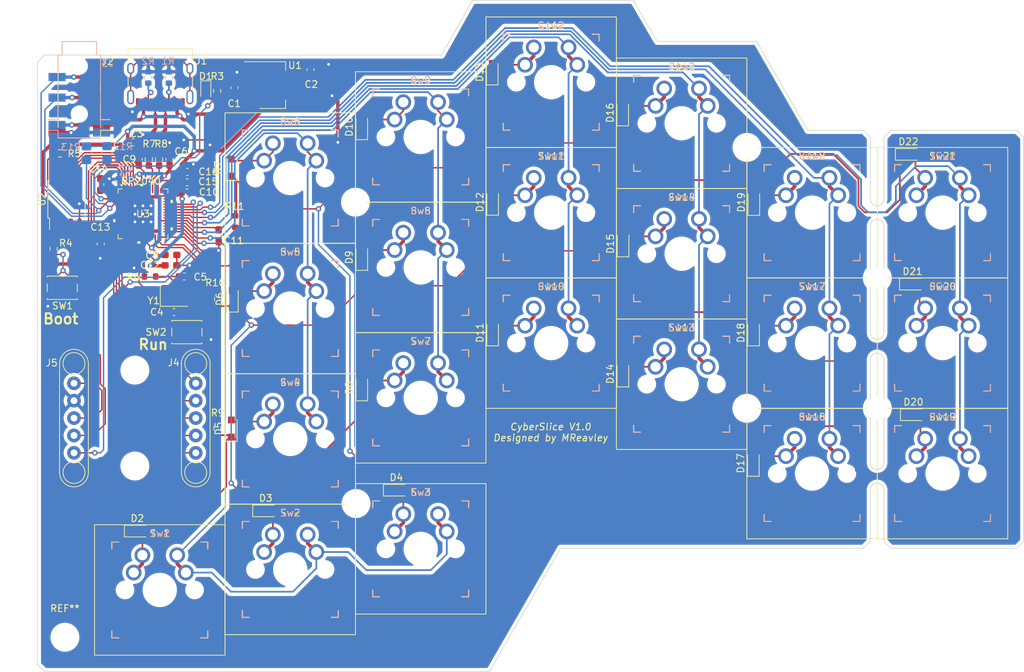
<source format=kicad_pcb>
(kicad_pcb (version 20211014) (generator pcbnew)
  (layers (0 "F.Cu" signal) (31 "B.Cu" signal) (34 "B.Paste" user) (35 "F.Paste" user) (36 "B.SilkS" user "B.Silkscreen") (37 "F.SilkS" user "F.Silkscreen") (38 "B.Mask" user) (39 "F.Mask" user) (44 "Edge.Cuts" user))
  (net 0 "")
  (net 1 "VBUS")
  (net 2 "GND")
  (net 3 "+3V3")
  (net 4 "Net-(C4-Pad1)")
  (net 5 "Net-(C5-Pad1)")
  (net 6 "+1V1")
  (net 7 "Net-(D1-Pad2)")
  (net 8 "Net-(D11-Pad1)")
  (net 9 "Net-(D2-Pad2)")
  (net 10 "Net-(D12-Pad1)")
  (net 11 "Net-(D3-Pad2)")
  (net 12 "Net-(D10-Pad1)")
  (net 13 "Net-(D4-Pad2)")
  (net 14 "Net-(D5-Pad2)")
  (net 15 "Net-(D6-Pad2)")
  (net 16 "Net-(D7-Pad2)")
  (net 17 "Net-(D8-Pad2)")
  (net 18 "Net-(D9-Pad2)")
  (net 19 "Net-(D10-Pad2)")
  (net 20 "Net-(D11-Pad2)")
  (net 21 "Net-(D12-Pad2)")
  (net 22 "Net-(D13-Pad2)")
  (net 23 "Net-(D14-Pad2)")
  (net 24 "Net-(D15-Pad2)")
  (net 25 "Net-(D16-Pad2)")
  (net 26 "Net-(D17-Pad2)")
  (net 27 "Net-(D18-Pad2)")
  (net 28 "Net-(D19-Pad2)")
  (net 29 "Net-(D20-Pad2)")
  (net 30 "Net-(D21-Pad2)")
  (net 31 "Net-(D22-Pad2)")
  (net 32 "Net-(J1-PadA5)")
  (net 33 "Data+")
  (net 34 "Data-")
  (net 36 "Net-(J1-PadB5)")
  (net 38 "unconnected-(J1-PadS1)")
  (net 39 "LED")
  (net 40 "/QSPISS")
  (net 41 "Net-(R4-Pad2)")
  (net 42 "Net-(R6-Pad1)")
  (net 43 "Net-(R7-Pad1)")
  (net 44 "Net-(R8-Pad1)")
  (net 45 "Row 0")
  (net 46 "Row 1")
  (net 47 "Row 2")
  (net 48 "Col 0")
  (net 49 "Net-(SW2-Pad2)")
  (net 50 "Col 1")
  (net 51 "Col 2")
  (net 52 "Col 3")
  (net 53 "Col 4")
  (net 54 "Col 5")
  (net 55 "Col 6")
  (net 56 "/SQPISD1")
  (net 57 "/QSPISD2")
  (net 58 "/QSPISD0")
  (net 59 "/QSPICLK")
  (net 60 "/QSPISD3")
  (net 61 "Net-(J4-Pad3)")
  (net 62 "Net-(J4-Pad1)")
  (net 63 "Net-(J5-Pad3)")
  (net 66 "Net-(J2-PadR2)")
  (net 67 "Net-(J4-Pad2)")
  (net 73 "Net-(J5-Pad5)")
  (net 78 "Net-(J4-Pad4)")
  (net 79 "Net-(J4-Pad5)")
  (net 80 "Net-(J5-Pad4)")
  (net 81 "Net-(U3-Pad3)")
  (footprint "Diode_SMD:D_SOD-323_HandSoldering" (layer "F.Cu") (at 29.575 146.5)
    (fp_text reference "D2")
    (fp_text value "D")
  )
  (footprint "Capacitor_SMD:C_0603_1608Metric" (layer "F.Cu") (at 28.95 89.725)
    (fp_text reference "C3")
    (fp_text value "100n")
  )
  (footprint "RP2040:RP2040" (layer "F.Cu") (at 30.4 100.175)
    (fp_text reference "U3")
    (fp_text value "RP2040")
  )
  (footprint "MxSwitches:SW_MX_reversible" (layer "F.Cu") (at 109.05 106)
    (fp_text reference "Sw14")
    (fp_text value "Cherry_Doublesided")
  )
  (footprint "MxSwitches:SW_MX_reversible" (layer "F.Cu") (at 70.95 127.05)
    (fp_text reference "Sw7")
    (fp_text value "Cherry_Doublesided")
  )
  (footprint "Resistor_SMD:R_0603_1608Metric" (layer "F.Cu") (at 41.225 82.225 -90)
    (fp_text reference "R3")
    (fp_text value "1k")
  )
  (footprint "Capacitor_SMD:C_0603_1608Metric" (layer "F.Cu") (at 34.9 114.525)
    (fp_text reference "C4")
    (fp_text value "27p")
  )
  (footprint "Diode_SMD:D_SOD-323_HandSoldering" (layer "F.Cu") (at 48.325 143.55)
    (fp_text reference "D3")
    (fp_text value "D")
  )
  (footprint "MxSwitches:SW_MX_reversible" (layer "F.Cu") (at 70.95 149.1)
    (fp_text reference "Sw3")
    (fp_text value "Cherry_Doublesided")
  )
  (footprint "Resistor_SMD:R_0603_1608Metric_Pad0.98x0.95mm_HandSolder" (layer "F.Cu") (at 31.25 92.2 90)
    (fp_text reference "R7")
    (fp_text value "27")
  )
  (footprint "Diode_SMD:D_SOD-323_HandSoldering" (layer "F.Cu") (at 62.35 125.575 90)
    (fp_text reference "D8")
    (fp_text value "D")
  )
  (footprint "Resistor_SMD:R_0603_1608Metric" (layer "F.Cu") (at 31.425 109.325)
    (fp_text reference "R6")
    (fp_text value "1k")
  )
  (footprint "MxSwitches:SW_MX_reversible" (layer "F.Cu") (at 51.9 94.95)
    (fp_text reference "Sw6")
    (fp_text value "Cherry_Doublesided")
  )
  (footprint "MxSwitches:SW_MX_reversible" (layer "F.Cu") (at 90 80.95)
    (fp_text reference "Sw12")
    (fp_text value "Cherry_Doublesided")
  )
  (footprint "MxSwitches:SW_MX_reversible" (layer "F.Cu") (at 128.1 119.05)
    (fp_text reference "Sw17")
    (fp_text value "Cherry_Doublesided")
  )
  (footprint "Resistor_SMD:R_0603_1608Metric_Pad0.98x0.95mm_HandSolder" (layer "F.Cu") (at 41.375 112.65 -90)
    (fp_text reference "R10")
    (fp_text value "5.1k")
  )
  (footprint "Diode_SMD:D_SOD-323_HandSoldering" (layer "F.Cu") (at 62.35 106.525 90)
    (fp_text reference "D9")
    (fp_text value "D")
  )
  (footprint "Diode_SMD:D_SOD-323_HandSoldering" (layer "F.Cu") (at 81.45 98.475 90)
    (fp_text reference "D12")
    (fp_text value "D")
  )
  (footprint "MxSwitches:SW_MX_reversible" (layer "F.Cu") (at 70.95 108)
    (fp_text reference "Sw8")
    (fp_text value "Cherry_Doublesided")
  )
  (footprint "" (layer "F.Cu") (at 29.21 123)
    (fp_text reference "")
    (fp_text value "")
  )
  (footprint "MxSwitches:SW_MX_reversible" (layer "F.Cu") (at 70.95 88.95)
    (fp_text reference "Sw9")
    (fp_text value "Cherry_Doublesided")
  )
  (footprint "MxSwitches:SW_MX_reversible" (layer "F.Cu") (at 147.15 119.05)
    (fp_text reference "Sw20")
    (fp_text value "Cherry_Doublesided")
  )
  (footprint "Magnet:Magnet 5pin 2.54mm pitch through hole" (layer "F.Cu") (at 38.1 130)
    (fp_text reference "J4")
    (fp_text value "Conn_01x05_MountingPin")
  )
  (footprint "MxSwitches:SW_MX_reversible" (layer "F.Cu") (at 147.15 100)
    (fp_text reference "Sw21")
    (fp_text value "Cherry_Doublesided")
  )
  (footprint "Capacitor_SMD:C_0603_1608Metric_Pad1.08x0.95mm_HandSolder" (layer "F.Cu") (at 24.225 104.5875 -90)
    (fp_text reference "C13")
    (fp_text value "100n")
  )
  (footprint "" (layer "F.Cu") (at 137.625 109.525)
    (fp_text reference "")
    (fp_text value "")
  )
  (footprint "LED_SMD:LED_0603_1608Metric" (layer "F.Cu") (at 39.575 82.2375 -90)
    (fp_text reference "D1")
    (fp_text value "RED")
  )
  (footprint "Resistor_SMD:R_0603_1608Metric_Pad0.98x0.95mm_HandSolder" (layer "F.Cu") (at 32.75 92.2 90)
    (fp_text reference "R8")
    (fp_text value "27")
  )
  (footprint "Button_Switch_SMD:SW_SPST_PTS810" (layer "F.Cu") (at 36.8 117.45 180)
    (fp_text reference "SW2")
    (fp_text value "SW_SPST")
  )
  (footprint "Diode_SMD:D_SOD-323_HandSoldering" (layer "F.Cu") (at 142.7734 110.4392)
    (fp_text reference "D21")
    (fp_text value "D")
  )
  (footprint "Resistor_SMD:R_0603_1608Metric" (layer "F.Cu") (at 43.85 101.3 90)
    (fp_text reference "R11")
    (fp_text value "5.1k")
  )
  (footprint "MxSwitches:SW_MX_reversible" (layer "F.Cu") (at 90 100)
    (fp_text reference "Sw11")
    (fp_text value "Cherry_Doublesided")
  )
  (footprint "Diode_SMD:D_SOD-323_HandSoldering" (layer "F.Cu") (at 67.4 140.525)
    (fp_text reference "D4")
    (fp_text value "D")
  )
  (footprint "Diode_SMD:D_SOD-323_HandSoldering" (layer "F.Cu") (at 62.35 87.45 90)
    (fp_text reference "D10")
    (fp_text value "D")
  )
  (footprint "Button_Switch_SMD:SW_SPST_PTS810" (layer "F.Cu") (at 18.6 110.975 180)
    (fp_text reference "SW1")
    (fp_text value "SW_SPST")
  )
  (footprint "Capacitor_SMD:C_0603_1608Metric_Pad1.08x0.95mm_HandSolder" (layer "F.Cu") (at 36.875 94.05)
    (fp_text reference "C16")
    (fp_text value "1u")
  )
  (footprint "" (layer "F.Cu") (at 61.425 142.575)
    (fp_text reference "")
    (fp_text value "")
  )
  (footprint "Resistor_SMD:R_0603_1608Metric" (layer "F.Cu") (at 18.25 91.35)
    (fp_text reference "R5")
    (fp_text value "DNP")
  )
  (footprint "Diode_SMD:D_SOD-323_HandSoldering" (layer "F.Cu") (at 100.475 123.55 90)
    (fp_text reference "D14")
    (fp_text value "D")
  )
  (footprint "MxSwitches:SW_MX_reversible" (layer "F.Cu") (at 51.9 152.1)
    (fp_text reference "Sw2")
    (fp_text value "Cherry_Doublesided")
  )
  (footprint "MxSwitches:SW_MX_reversible" (layer "F.Cu") (at 32.85 155.1)
    (fp_text reference "Sw1")
    (fp_text value "Cherry_Doublesided")
  )
  (footprint "MountingHole:MountingHole_3.2mm_M3" (layer "F.Cu") (at 19 162)
    (fp_text reference "REF**")
    (fp_text value "MountingHole_3.2mm_M3")
  )
  (footprint "Diode_SMD:D_SOD-323_HandSoldering" (layer "F.Cu") (at 100.45 85.425 90)
    (fp_text reference "D16")
    (fp_text value "D")
  )
  (footprint "Diode_SMD:D_SOD-323_HandSoldering" (layer "F.Cu") (at 81.45 117.55 90)
    (fp_text reference "D11")
    (fp_text value "D")
  )
  (footprint "Resistor_SMD:R_0603_1608Metric_Pad0.98x0.95mm_HandSolder" (layer "F.Cu") (at 41.275 131.5 -90)
    (fp_text reference "R9")
    (fp_text value "5.1k")
  )
  (footprint "Diode_SMD:D_SOD-323_HandSoldering" (layer "F.Cu") (at 119.525 136.6 90)
    (fp_text reference "D17")
    (fp_text value "D")
  )
  (footprint "Diode_SMD:D_SOD-323_HandSoldering" (layer "F.Cu") (at 119.55 117.55 90)
    (fp_text reference "D18")
    (fp_text value "D")
  )
  (footprint "Diode_SMD:D_SOD-323_HandSoldering" (layer "F.Cu") (at 81.4 79.45 90)
    (fp_text reference "D13")
    (fp_text value "D")
  )
  (footprint "Diode_SMD:D_SOD-323_HandSoldering" (layer "F.Cu") (at 100.5 104.55 90)
    (fp_text reference "D15")
    (fp_text value "D")
  )
  (footprint "Capacitor_SMD:C_0603_1608Metric_Pad1.08x0.95mm_HandSolder" (layer "F.Cu") (at 24.17 95.89 90)
    (fp_text reference "C14")
    (fp_text value "100n")
  )
  (footprint "Capacitor_SMD:C_0603_1608Metric" (layer "F.Cu") (at 36.425 109.325)
    (fp_text reference "C5")
    (fp_text value "27p")
  )
  (footprint "MxSwitches:SW_MX_reversible" (layer "F.Cu") (at 51.9 133.05)
    (fp_text reference "Sw4")
    (fp_text value "Cherry_Doublesided")
  )
  (footprint "Resistor_SMD:R_0603_1608Metric" (layer "F.Cu") (at 17.35 105.275 -90)
    (fp_text reference "R4")
    (fp_text value "1k")
  )
  (footprint "Crystal:Crystal_SMD_3225-4Pin_3.2x2.5mm" (layer "F.Cu") (at 34.925 112.025)
    (fp_text reference "Y1")
    (fp_text value "12MHz")
  )
  (footprint "MxSwitches:SW_MX_reversible" (layer "F.Cu") (at 109.05 125.05)
    (fp_text reference "Sw13")
    (fp_text value "Cherry_Doublesided")
  )
  (footprint "" (layer "F.Cu") (at 29.21 137)
    (fp_text reference "")
    (fp_text value "")
  )
  (footprint "Diode_SMD:D_SOD-323_HandSoldering" (layer "F.Cu") (at 142.1638 91.4908)
    (fp_text reference "D22")
    (fp_text value "D")
  )
  (footprint "MxSwitches:SW_MX_reversible" (layer "F.Cu") (at 147.15 138.1)
    (fp_text reference "Sw19")
    (fp_text value "Cherry_Doublesided")
  )
  (footprint "Capacitor_SMD:C_0603_1608Metric_Pad1.08x0.95mm_HandSolder" (layer "F.Cu") (at 34.275 92.2 90)
    (fp_text reference "C6")
    (fp_text value "1u")
  )
  (footprint "Capacitor_SMD:C_0603_1608Metric" (layer "F.Cu") (at 54.875 79.125 90)
    (fp_text reference "C2")
    (fp_text value "22u")
  )
  (footprint "Capacitor_SMD:C_0603_1608Metric_Pad1.08x0.95mm_HandSolder" (layer "F.Cu") (at 34.475 107.7)
    (fp_text reference "C12")
    (fp_text value "100n")
  )
  (footprint "Capacitor_SMD:C_0603_1608Metric_Pad1.08x0.95mm_HandSolder" (layer "F.Cu") (at 41.45 103.375 -90)
    (fp_text reference "C11")
    (fp_text value "100n")
  )
  (footprint "MxSwitches:SW_MX_reversible" (layer "F.Cu") (at 109.05 86.95)
    (fp_text reference "Sw15")
    (fp_text value "Cherry_Doublesided")
  )
  (footprint "Magnet:Magnet 5pin 2.54mm pitch through hole" (layer "F.Cu") (at 20.32 130)
    (fp_text reference "J5")
    (fp_text value "Conn_01x05_MountingPin")
  )
  (footprint "" (layer "F.Cu") (at 61.425 98.475)
    (fp_text reference "")
    (fp_text value "")
  )
  (footprint "Diode_SMD:D_SOD-323_HandSoldering" (layer "F.Cu") (at 142.9004 129.5146)
    (fp_text reference "D20")
    (fp_text value "D")
  )
  (footprint "Package_SO:SOIC-8_5.23x5.23mm_P1.27mm" (layer "F.Cu") (at 19.225 98.075 90)
    (fp_text reference "U2")
    (fp_text value "W25Q128JVS")
  )
  (footprint "Capacitor_SMD:C_0603_1608Metric_Pad1.08x0.95mm_HandSolder" (layer "F.Cu") (at 36.85 95.575)
    (fp_text reference "C15")
    (fp_text value "100n")
  )
  (footprint "" (layer "F.Cu") (at 137.625 128.575)
    (fp_text reference "")
    (fp_text value "")
  )
  (footprint "Package_TO_SOT_SMD:SOT-223-3_TabPin2" (layer "F.Cu") (at 49.325 81.375)
    (fp_text reference "U1")
    (fp_text value "AMS1117-3.3")
  )
  (footprint "Connector_Audio:Jack_3.5mm_PJ320D_Horizontal" (layer "F.Cu") (at 21.1 83.375 -90)
    (fp_text reference "J2")
    (fp_text value "AudioJack4")
  )
  (footprint "MxSwitches:SW_MX_reversible" (layer "F.Cu") (at 90 119.05)
    (fp_text reference "Sw10")
    (fp_text value "Cherry_Doublesided")
  )
  (footprint "MxSwitches:SW_MX_reversible" (layer "F.Cu") (at 51.9 114)
    (fp_text reference "Sw5")
    (fp_text value "Cherry_Doublesided")
  )
  (footprint "Diode_SMD:D_SOD-323_HandSoldering" (layer "F.Cu") (at 43.45 112.625 90)
    (fp_text reference "D6")
    (fp_text value "D")
  )
  (footprint "" (layer "F.Cu") (at 118.575 128.575)
    (fp_text reference "")
    (fp_text value "")
  )
  (footprint "MxSwitches:SW_MX_reversible" (layer "F.Cu") (at 128.1 100)
    (fp_text reference "Sw18")
    (fp_text value "Cherry_Doublesided")
  )
  (footprint "Diode_SMD:D_SOD-323_HandSoldering" (layer "F.Cu") (at 43.3 131.525 90)
    (fp_text reference "D5")
    (fp_text value "D")
  )
  (footprint "Capacitor_SMD:C_0603_1608Metric_Pad1.08x0.95mm_HandSolder" (layer "F.Cu") (at 29.775 92.2 90)
    (fp_text reference "C9")
    (fp_text value "100n")
  )
  (footprint "Connector_USB:USB_C_Receptacle_HRO_TYPE-C-31-M-12" (layer "F.Cu") (at 32.925 79.99 180)
    (fp_text reference "J1")
    (fp_text value "USB_C_Receptacle_USB2.0")
  )
  (footprint "Diode_SMD:D_SOD-323_HandSoldering" (layer "F.Cu") (at 119.6 98.5 90)
    (fp_text reference "D19")
    (fp_text value "D")
  )
  (footprint "Diode_SMD:D_SOD-323_HandSoldering" (layer "F.Cu") (at 43.25 93.425 90)
    (fp_text reference "D7")
    (fp_text value "D")
  )
  (footprint "Capacitor_SMD:C_0603_1608Metric" (layer "F.Cu") (at 43.75 81.775 90)
    (fp_text reference "C1")
    (fp_text value "22u")
  )
  (footprint "MxSwitches:SW_MX_reversible" (layer "F.Cu") (at 128.1 138.1)
    (fp_text reference "Sw16")
    (fp_text value "Cherry_Doublesided")
  )
  (footprint "Capacitor_SMD:C_0603_1608Metric_Pad1.08x0.95mm_HandSolder" (layer "F.Cu") (at 36.8375 97.075)
    (fp_text reference "C10")
    (fp_text value "100n")
  )
  (footprint "Capacitor_SMD:C_0603_1608Metric_Pad1.08x0.95mm_HandSolder" (layer "F.Cu") (at 34.475 106.175)
    (fp_text reference "C8")
    (fp_text value "100n")
  )
  (footprint "" (layer "F.Cu") (at 118.59 90.475)
    (fp_text reference "")
    (fp_text value "")
  )
  (footprint "Resistor_SMD:R_0805_2012Metric_Pad1.20x1.40mm_HandSolder" (layer "B.Cu") (at 22.1488 91.3224 -90)
    (fp_text reference "R13")
    (fp_text value "DNP")
  )
  (footprint "Capacitor_SMD:C_0603_1608Metric_Pad1.08x0.95mm_HandSolder" (layer "B.Cu") (at 27.75 95.15 180)
    (fp_text reference "C7")
    (fp_text value "100n")
  )
  (footprint "Resistor_SMD:R_0805_2012Metric_Pad1.20x1.40mm_HandSolder" (layer "B.Cu") (at 25.146 91.297 -90)
    (fp_text reference "R12")
    (fp_text value "DNP")
  )
  (footprint "Resistor_SMD:R_0603_1608Metric" (layer "B.Cu") (at 31.172989 80.262989 -90)
    (fp_text reference "R2")
    (fp_text value "5.1k")
  )
  (footprint "Connector_Audio:Jack_3.5mm_PJ320D_Horizontal" (layer "B.Cu") (at 21.1 83.375 -90)
    (fp_text reference "J3")
    (fp_text value "AudioJack4")
  )
  (footprint "Resistor_SMD:R_0603_1608Metric" (layer "B.Cu") (at 34.172989 80.262989 -90)
    (fp_text reference "R1")
    (fp_text value "5.1k")
  )
  (gr_line (start 78.5 69) (end 102 69) (layer "Edge.Cuts") (width 0.1))
  (gr_line (start 136.6 140.5) (end 136.6 148) (layer "Edge.Cuts") (width 0.1))
  (gr_line (start 138.6 89) (end 139.6 88) (layer "Edge.Cuts") (width 0.1))
  (gr_line (start 136.6 89) (end 136.6 98) (layer "Edge.Cuts") (width 0.1))
  (gr_line (start 74 77) (end 78.5 69) (layer "Edge.Cuts") (width 0.1))
  (gr_line (start 16 167) (end 81 167) (layer "Edge.Cuts") (width 0.1))
  (gr_arc (start 136.6 102) (mid 137.6 101) (end 138.6 102) (layer "Edge.Cuts") (width 0.1))
  (gr_line (start 136.6 102) (end 136.6 117.5) (layer "Edge.Cuts") (width 0.1))
  (gr_line (start 158 149) (end 159 148) (layer "Edge.Cuts") (width 0.1))
  (gr_line (start 138.6 121.5) (end 138.6 136.5) (layer "Edge.Cuts") (width 0.1))
  (gr_line (start 138.6 98) (end 138.6 89) (layer "Edge.Cuts") (width 0.1))
  (gr_line (start 159 148) (end 159 89) (layer "Edge.Cuts") (width 0.1))
  (gr_line (start 135.6 88) (end 136.6 89) (layer "Edge.Cuts") (width 0.1))
  (gr_line (start 139.6 88) (end 158 88) (layer "Edge.Cuts") (width 0.1))
  (gr_arc (start 136.6 140.5) (mid 137.6 139.5) (end 138.6 140.5) (layer "Edge.Cuts") (width 0.1))
  (gr_line (start 136.6 121.5) (end 136.6 136.5) (layer "Edge.Cuts") (width 0.1))
  (gr_line (start 138.6 102) (end 138.6 117.5) (layer "Edge.Cuts") (width 0.1))
  (gr_line (start 139.6 149) (end 138.6 148) (layer "Edge.Cuts") (width 0.1))
  (gr_line (start 139.6 149) (end 158 149) (layer "Edge.Cuts") (width 0.1))
  (gr_arc (start 138.6 136.5) (mid 137.6 137.5) (end 136.6 136.5) (layer "Edge.Cuts") (width 0.1))
  (gr_line (start 74 77) (end 16 77) (layer "Edge.Cuts") (width 0.1))
  (gr_line (start 135.6 149) (end 136.6 148) (layer "Edge.Cuts") (width 0.1))
  (gr_line (start 127.5 88) (end 120 75) (layer "Edge.Cuts") (width 0.1))
  (gr_arc (start 136.6 121.5) (mid 137.6 120.5) (end 138.6 121.5) (layer "Edge.Cuts") (width 0.1))
  (gr_line (start 81 167) (end 91.4 149) (layer "Edge.Cuts") (width 0.1))
  (gr_line (start 138.6 140.5) (end 138.6 148) (layer "Edge.Cuts") (width 0.1))
  (gr_line (start 105.5 75) (end 120 75) (layer "Edge.Cuts") (width 0.1))
  (gr_line (start 15 166) (end 15 78) (layer "Edge.Cuts") (width 0.1))
  (gr_arc (start 138.6 98) (mid 137.6 99) (end 136.6 98) (layer "Edge.Cuts") (width 0.1))
  (gr_line (start 91.4 149) (end 135.6 149) (layer "Edge.Cuts") (width 0.1))
  (gr_line (start 127.5 88) (end 135.6 88) (layer "Edge.Cuts") (width 0.1))
  (gr_line (start 105.5 75) (end 102 69) (layer "Edge.Cuts") (width 0.1))
  (gr_line (start 16 167) (end 15 166) (layer "Edge.Cuts") (width 0.1))
  (gr_line (start 15 78) (end 16 77) (layer "Edge.Cuts") (width 0.1))
  (gr_line (start 159 89) (end 158 88) (layer "Edge.Cuts") (width 0.1))
  (gr_arc (start 138.6 117.5) (mid 137.6 118.5) (end 136.6 117.5) (layer "Edge.Cuts") (width 0.1))
  (gr_text "Boot" (at 18.3896 115.5192) (layer "F.SilkS") (effects (font (size 1.5 1.5) (thickness 0.3))))
  (gr_text "CyberSlice V1.0\nDesigned by MReavley" (at 89.916 132.08) (layer "F.SilkS") (effects (font (size 1 1) (thickness 0.15) italic)))
  (gr_text "Run" (at 31.877 119.253) (layer "F.SilkS") (effects (font (size 1.5 1.5) (thickness 0.3))))
  (segment (start 43.75 82.55) (end 44.875 83.675) (width 0.5) (layer "F.Cu") (net 1))
  (segment (start 37.38188 86.450011) (end 38.221891 85.61) (width 0.5) (layer "F.Cu") (net 1))
  (segment (start 35.768 85.898) (end 36.320011 86.450011) (width 0.5) (layer "F.Cu") (net 1))
  (segment (start 40.69 85.61) (end 43.75 82.55) (width 0.5) (layer "F.Cu") (net 1))
  (segment (start 24.35 87.2) (end 27 87.2) (width 0.5) (layer "F.Cu") (net 1))
  (segment (start 35.375 84.035) (end 35.375 85.505) (width 0.5) (layer "F.Cu") (net 1))
  (segment (start 35.375 85.505) (end 35.768 85.898) (width 0.5) (layer "F.Cu") (net 1))
  (segment (start 44.875 83.675) (end 46.175 83.675) (width 0.5) (layer "F.Cu") (net 1))
  (segment (start 36.320011 86.450011) (end 37.38188 86.450011) (width 0.5) (layer "F.Cu") (net 1))
  (segment (start 27.75 86.45) (end 30 86.45) (width 0.5) (layer "F.Cu") (net 1))
  (segment (start 20 87.2) (end 24.35 87.2) (width 0.5) (layer "F.Cu") (net 1))
  (segment (start 30.475 85.975) (end 30.475 84.035) (width 0.5) (layer "F.Cu") (net 1))
  (segment (start 30 86.45) (end 30.475 85.975) (width 0.5) (layer "F.Cu") (net 1))
  (segment (start 38.221891 85.61) (end 40.69 85.61) (width 0.5) (layer "F.Cu") (net 1))
  (segment (start 27 87.2) (end 27.75 86.45) (width 0.5) (layer "F.Cu") (net 1))
  (via (at 35.768 85.898) (size 0.8) (drill 0.4) (layers "F.Cu" "B.Cu") (net 1))
  (via (at 20 87.2) (size 0.8) (drill 0.4) (layers "F.Cu" "B.Cu") (net 1))
  (via (at 30.475 85.975) (size 0.8) (drill 0.4) (layers "F.Cu" "B.Cu") (net 1))
  (segment (start 20 87.2) (end 17.85 87.2) (width 0.5) (layer "B.Cu") (net 1))
  (segment (start 30.475 85.975) (end 35.691 85.975) (width 0.5) (layer "B.Cu") (net 1))
  (segment (start 35.691 85.975) (end 35.768 85.898) (width 0.5) (layer "B.Cu") (net 1))
  (segment (start 36.175 84.7455) (end 36.175 84.035) (width 0.5) (layer "F.Cu") (net 2))
  (segment (start 29.775 89.775) (end 29.725 89.725) (width 0.2) (layer "F.Cu") (net 2))
  (segment (start 58.8518 89.7382) (end 58.8518 83.7692) (width 0.5) (layer "F.Cu") (net 2))
  (segment (start 44 79.375) (end 44.125 79.5) (width 0.2) (layer "F.Cu") (net 2))
  (segment (start 40.325 118.525) (end 38.875 118.525) (width 0.2) (layer "F.Cu") (net 2))
  (segment (start 35.3375 107.7) (end 35.3375 106.175) (width 0.2) (layer "F.Cu") (net 2))
  (segment (start 29.675 84.45) (end 29.675 84.035) (width 0.5) (layer "F.Cu") (net 2))
  (segment (start 36.025 112.875) (end 36.825 112.875) (width 0.2) (layer "F.Cu") (net 2))
  (segment (start 37.7125 94.075) (end 37.7375 94.05) (width 0.5) (layer "F.Cu") (net 2))
  (segment (start 20.32 127.46) (end 20.32 127.508) (width 0.2) (layer "F.Cu") (net 2))
  (segment (start 41.45 104.2375) (end 41.45 105.5) (width 0.2) (layer "F.Cu") (net 2))
  (segment (start 30.420785 89.029215) (end 29.725 89.725) (width 0.2) (layer "F.Cu") (net 2))
  (segment (start 35.675 114.525) (end 35.675 113.225) (width 0.2) (layer "F.Cu") (net 2))
  (segment (start 37.7125 95.575) (end 37.7125 97.0625) (width 0.5) (layer "F.Cu") (net 2))
  (segment (start 35.724022 112.875) (end 36.025 112.875) (width 0.2) (layer "F.Cu") (net 2))
  (segment (start 37.03 85.6005) (end 36.175 84.7455) (width 0.5) (layer "F.Cu") (net 2))
  (segment (start 37.525 109.65) (end 37.2 109.325) (width 0.2) (layer "F.Cu") (net 2))
  (segment (start 37.9 95.7625) (end 37.7125 95.575) (width 0.5) (layer "F.Cu") (net 2))
  (segment (start 37.7125 97.0625) (end 37.7 97.075) (width 0.5) (layer "F.Cu") (net 2))
  (segment (start 37.7125 95.575) (end 37.7125 94.075) (width 0.5) (layer "F.Cu") (net 2))
  (segment (start 25.4475 95.0275) (end 25.47 95.05) (width 0.2) (layer "F.Cu") (net 2))
  (segment (start 39.575 80.7) (end 40.9 79.375) (width 0.2) (layer "F.Cu") (net 2))
  (segment (start 16.525 112.05) (end 20.675 112.05) (width 0.2) (layer "F.Cu") (net 2))
  (segment (start 34.275 89.804) (end 34.275 91.3375) (width 0.5) (layer "F.Cu") (net 2))
  (segment (start 36.025 112.875) (end 35.875 112.875) (width 0.2) (layer "F.Cu") (net 2))
  (segment (start 36.825 112.875) (end 37.2 112.5) (width 0.2) (layer "F.Cu") (net 2))
  (segment (start 35.875 112.875) (end 35.675 113.075) (width 0.2) (layer "F.Cu") (net 2))
  (segment (start 29.725 89.725) (end 29.725 91.2875) (width 0.2) (layer "F.Cu") (net 2))
  (segment (start 17.85 88.3) (end 19.875 88.3) (width 0.5) (layer "F.Cu") (net 2))
  (segment (start 30.420785 88.590464) (end 30.420785 89.029215) (width 0.2) (layer "F.Cu") (net 2))
  (segment (start 34.29 89.789) (end 34.275 89.804) (width 0.5) (layer "F.Cu") (net 2))
  (segment (start 19.875 88.3) (end 19.9 88.325) (width 0.5) (layer "F.Cu") (net 2))
  (segment (start 37.2 107.7) (end 35.3375 107.7) (width 0.2) (layer "F.Cu") (net 2))
  (segment (start 29.100501 108.075) (end 29.399999 107.775502) (width 0.2) (layer "F.Cu") (net 2))
  (segment (start 24.225 106.6) (end 24.15 106.675) (width 0.2) (layer "F.Cu") (net 2))
  (segment (start 39.575 81.45) (end 39.575 80.7) (width 0.2) (layer "F.Cu") (net 2))
  (segment (start 40.1828 90.1192) (end 39.4462 89.3826) (width 0.2) (layer "F.Cu") (net 2))
  (segment (start 56.525 78.35) (end 57.5 78.35) (width 0.2) (layer "F.Cu") (net 2))
  (segment (start 16.525 113.65) (end 16.5 113.675) (width 0.2) (layer "F.Cu") (net 2))
  (segment (start 33.825 111.175) (end 34.024022 111.175) (width 0.2) (layer "F.Cu") (net 2))
  (segment (start 40.9 79.375) (end 44 79.375) (width 0.2) (layer "F.Cu") (net 2))
  (segment (start 41.45 105.5) (end 41.425 105.525) (width 0.2) (layer "F.Cu") (net 2))
  (segment (start 29.725 91.2875) (end 29.775 91.3375) (width 0.2) (layer "F.Cu") (net 2))
  (segment (start 43.75 81) (end 43.75 79.875) (width 0.5) (layer "F.Cu") (net 2))
  (segment (start 21.13 98.73) (end 21.13 101.675) (width 0.2) (layer "F.Cu") (net 2))
  (segment (start 28.85 85.275) (end 29.675 84.45) (width 0.5) (layer "F.Cu") (net 2))
  (segment (start 24.225 105.45) (end 24.225 106.6) (width 0.2) (layer "F.Cu") (net 2))
  (segment (start 37.2 107.7) (end 37.2 109.325) (width 0.2) (layer "F.Cu") (net 2))
  (segment (start 58.8518 83.7692) (end 58.0136 82.931) (width 0.5) (layer "F.Cu") (net 2))
  (segment (start 24.17 95.0275) (end 25.4475 95.0275) (width 0.2) (layer "F.Cu") (net 2))
  (segment (start 35.675 113.225) (end 36.025 112.875) (width 0.2) (layer "F.Cu") (net 2))
  (segment (start 21.1 98.7) (end 21.13 98.73) (width 0.2) (layer "F.Cu") (net 2))
  (segment (start 34.725 118.525) (end 38.875 118.525) (width 0.25) (layer "F.Cu") (net 2))
  (segment (start 29.399999 107.775502) (end 29.399999 103.5786) (width 0.2) (layer "F.Cu") (net 2))
  (segment (start 43.75 79.875) (end 44.55 79.075) (width 0.5) (layer "F.Cu") (net 2))
  (segment (start 54.875 78.35) (end 56.525 78.35) (width 0.2) (layer "F.Cu") (net 2))
  (segment (start 34.024022 111.175) (end 35.724022 112.875) (width 0.2) (layer "F.Cu") (net 2))
  (segment (start 37.7375 94.05) (end 37.7375 92.9375) (width 0.5) (layer "F.Cu") (net 2))
  (segment (start 39.4462 89.3826) (end 36.3474 89.3826) (width 0.2) (layer "F.Cu") (net 2))
  (segment (start 37.7375 92.9375) (end 37.75 92.925) (width 0.5) (layer "F.Cu") (net 2))
  (segment (start 44.55 79.075) (end 46.175 79.075) (width 0.5) (layer "F.Cu") (net 2))
  (segment (start 16.525 112.05) (end 16.525 113.65) (width 0.2) (layer "F.Cu") (net 2))
  (segment (start 37.2 112.5) (end 37.2 109.325) (width 0.2) (layer "F.Cu") (net 2))
  (via (at 36.3474 89.3826) (size 0.8) (drill 0.4) (layers "F.Cu" "B.Cu") (net 2))
  (via (at 16.5 113.675) (size 0.8) (drill 0.4) (layers "F.Cu" "B.Cu") (net 2))
  (via (at 37.75 92.925) (size 0.8) (drill 0.4) (layers "F.Cu" "B.Cu") (net 2))
  (via (at 30.420785 88.590464) (size 0.8) (drill 0.4) (layers "F.Cu" "B.Cu") (net 2))
  (via (at 19.9 88.325) (size 0.8) (drill 0.4) (layers "F.Cu" "B.Cu") (net 2))
  (via (at 29.225 100.225) (size 0.8) (drill 0.4) (layers "F.Cu" "B.Cu") (net 2))
  (via (at 31.575 99) (size 0.8) (drill 0.4) (layers "F.Cu" "B.Cu") (net 2))
  (via (at 30.4 99) (size 0.8) (drill 0.4) (layers "F.Cu" "B.Cu") (net 2))
  (via (at 40.325 118.525) (size 0.8) (drill 0.4) (layers "F.Cu" "B.Cu") (net 2))
  (via (at 31.575 100.225) (size 0.8) (drill 0.4) (layers "F.Cu" "B.Cu") (net 2))
  (via (at 29.100501 108.075) (size 0.8) (drill 0.4) (layers "F.Cu" "B.Cu") (net 2))
  (via (at 40.1828 90.1192) (size 0.8) (drill 0.4) (layers "F.Cu" "B.Cu") (net 2))
  (via (at 28.85 85.275) (size 0.8) (drill 0.4) (layers "F.Cu" "B.Cu") (net 2))
  (via (at 41.425 105.525) (size 0.8) (drill 0.4) (layers "F.Cu" "B.Cu") (net 2))
  (via (at 30.375 100.2) (size 0.8) (drill 0.4) (layers "F.Cu" "B.Cu") (net 2))
  (via (at 37.03 85.6005) (size 0.8) (drill 0.4) (layers "F.Cu" "B.Cu") (net 2))
  (via (at 25.47 95.05) (size 0.8) (drill 0.4) (layers "F.Cu" "B.Cu") (net 2))
  (via (at 58.0136 82.931) (size 0.8) (drill 0.4) (layers "F.Cu" "B.Cu") (net 2))
  (via (at 58.8518 89.7382) (size 0.8) (drill 0.4) (layers "F.Cu" "B.Cu") (net 2))
  (via (at 30.4 101.35) (size 0.8) (drill 0.4) (layers "F.Cu" "B.Cu") (net 2))
  (via (at 24.15 106.675) (size 0.8) (drill 0.4) (layers "F.Cu" "B.Cu") (net 2))
  (via (at 21.1 98.7) (size 0.8) (drill 0.4) (layers "F.Cu" "B.Cu") (net 2))
  (via (at 57.5 78.35) (size 0.8) (drill 0.4) (layers "F.Cu" "B.Cu") (net 2))
  (via (at 29.225 99) (size 0.8) (drill 0.4) (layers "F.Cu" "B.Cu") (net 2))
  (via (at 31.575 101.35) (size 0.8) (drill 0.4) (layers "F.Cu" "B.Cu") (net 2))
  (via (at 37.2 107.7) (size 0.8) (drill 0.4) (layers "F.Cu" "B.Cu") (net 2))
  (via (at 29.225 101.35) (size 0.8) (drill 0.4) (layers "F.Cu" "B.Cu") (net 2))
  (via (at 44.125 79.5) (size 0.8) (drill 0.4) (layers "F.Cu" "B.Cu") (net 2))
  (via (at 34.29 89.789) (size 0.8) (drill 0.4) (layers "F.Cu" "B.Cu") (net 2))
  (segment (start 26.8875 95.15) (end 25.57 95.15) (width 0.2) (layer "B.Cu") (net 2))
  (segment (start 25.57 95.15) (end 25.47 95.05) (width 0.2) (layer "B.Cu") (net 2))
  (segment (start 24.225 102.525) (end 25.574999 101.175001) (width 0.2) (layer "F.Cu") (net 3))
  (segment (start 41.1875 102.5125) (end 41.45 102.5125) (width 0.2) (layer "F.Cu") (net 3))
  (segment (start 17.32 94.475) (end 17.32 93.605) (width 0.2) (layer "F.Cu") (net 3))
  (segment (start 19.075 91.85) (end 19.075 91.35) (width 0.2) (layer "F.Cu") (net 3))
  (segment (start 19.825 107.5) (end 20.124 107.5) (width 0.2) (layer "F.Cu") (net 3))
  (segment (start 30.999999 96.7714) (end 30.999999 97.624999) (width 0.2) (layer "F.Cu") (net 3))
  (segment (start 30.6 105.475) (end 30.6 103.5786) (width 0.2) (layer "F.Cu") (net 3))
  (segment (start 29.775 93.25) (end 30.775 94.25) (width 0.2) (layer "F.Cu") (net 3))
  (segment (start 29.775 92.997862) (end 28.275 91.497862) (width 0.5) (layer "F.Cu") (net 3))
  (segment (start 36.809995 101.175001) (end 37.809505 102.174511) (width 0.2) (layer "F.Cu") (net 3))
  (segment (start 24.225 103.725) (end 24.225 102.525) (width 0.2) (layer "F.Cu") (net 3))
  (segment (start 28.175 88.175) (end 28.175 89.725) (width 0.5) (layer "F.Cu") (net 3))
  (segment (start 21.844 109.22) (end 21.844 119.634) (width 0.2) (layer "F.Cu") (net 3))
  (segment (start 33 96.7714) (end 34.7911 96.7714) (width 0.2) (layer "F.Cu") (net 3))
  (segment (start 37.875 90.975) (end 41.9 90.975) (width 0.5) (layer "F.Cu") (net 3))
  (segment (start 36.0125 94.05) (end 36.0125 95.55) (width 0.5) (layer "F.Cu") (net 3))
  (segment (start 30.775 95.8) (end 30.999999 96.024999) (width 0.2) (layer "F.Cu") (net 3))
  (segment (start 20.4 90.025) (end 19.075 91.35) (width 0.5) (layer "F.Cu") (net 3))
  (segment (start 23.368 121.158) (end 23.368 123.444) (width 0.2) (layer "F.Cu") (net 3))
  (segment (start 30.999999 97.624999) (end 31.075 97.7) (width 0.2) (layer "F.Cu") (net 3))
  (segment (start 35.975 97.075) (end 35.975 97.85) (width 0.5) (layer "F.Cu") (net 3))
  (segment (start 35.475 97.575) (end 35.975 97.075) (width 0.2) (layer "F.Cu") (net 3))
  (segment (start 32.600001 97.475001) (end 32.825 97.7) (width 0.2) (layer "F.Cu") (net 3))
  (segment (start 21.844 119.634) (end 23.368 121.158) (width 0.2) (layer "F.Cu") (net 3))
  (segment (start 23.368 123.444) (end 21.892 124.92) (width 0.2) (layer "F.Cu") (net 3))
  (segment (start 36.0125 92.9625) (end 36.0125 94.05) (width 0.5) (layer "F.Cu") (net 3))
  (segment (start 37.875 91.1) (end 36.0125 92.9625) (width 0.5) (layer "F.Cu") (net 3))
  (segment (start 41.9 90.975) (end 48.375 84.5) (width 0.5) (layer "F.Cu") (net 3))
  (segment (start 32.08798 107.43494) (end 32.08798 106.96298) (width 0.2) (layer "F.Cu") (net 3))
  (segment (start 32.6 95.85) (end 33.15 95.3) (width 0.2) (layer "F.Cu") (net 3))
  (segment (start 20.124 107.5) (end 21.844 109.22) (width 0.2) (layer "F.Cu") (net 3))
  (segment (start 53.4 81.375) (end 54.875 79.9) (width 0.5) (layer "F.Cu") (net 3))
  (segment (start 23.6 103.725) (end 24.225 103.725) (width 0.5) (layer "F.Cu") (net 3))
  (segment (start 32.8 102.7) (end 30.625 102.7) (width 0.5) (layer "F.Cu") (net 3))
  (segment (start 27.875 90.025) (end 20.4 90.025) (width 0.5) (layer "F.Cu") (net 3))
  (segment (start 27.94 97.72) (end 27.795 97.575) (width 0.2) (layer "F.Cu") (net 3))
  (segment (start 30.6 102.725) (end 30.625 102.7) (width 0.2) (layer "F.Cu") (net 3))
  (segment (start 36.0125 95.55) (end 35.9875 95.575) (width 0.2) (layer "F.Cu") (net 3))
  (segment (start 32.95 97.575) (end 33.8036 97.575) (width 0.2) (layer "F.Cu") (net 3))
  (segment (start 30.6 96.7714) (end 30.6 97.675) (width 0.2) (layer "F.Cu") (net 3))
  (segment (start 28.275 89.825) (end 28.27452 89.82452) (width 0.5) (layer "F.Cu") (net 3))
  (segment (start 16.975 90.025) (end 15.775 91.225) (width 0.5) (layer "F.Cu") (net 3))
  (segment (start 47.675 81.375) (end 46.175 81.375) (width 0.5) (layer "F.Cu") (net 3))
  (segment (start 32.35304 107.7) (end 32.08798 107.43494) (width 0.2) (layer "F.Cu") (net 3))
  (segment (start 37.809505 102.174511) (end 40.849511 102.174511) (width 0.2) (layer "F.Cu") (net 3))
  (segment (start 25.574999 101.175001) (end 26.9964 101.175001) (width 0.2) (layer "F.Cu") (net 3))
  (segment (start 32.600001 96.7714) (end 32.6 95.85) (width 0.2) (layer "F.Cu") (net 3))
  (segment (start 35.9875 95.575) (end 35.9875 97.0625) (width 0.5) (layer "F.Cu") (net 3))
  (segment (start 30.625 102.7) (end 27.93 102.7) (width 0.5) (layer "F.Cu") (net 3))
  (segment (start 32.825 97.7) (end 31.075 97.7) (width 0.5) (layer "F.Cu") (net 3))
  (segment (start 27.93 102.7) (end 27.93 97.705) (width 0.5) (layer "F.Cu") (net 3))
  (segment (start 32.825 101.175) (end 32.825 102.675) (width 0.5) (layer "F.Cu") (net 3))
  (segment (start 17.32 93.605) (end 19.075 91.85) (width 0.2) (layer "F.Cu") (net 3))
  (segment (start 30.6 97.675) (end 30.625 97.7) (width 0.2) (layer "F.Cu") (net 3))
  (segment (start 30.999999 96.024999) (end 30.999999 96.7714) (width 0.2) (layer "F.Cu") (net 3))
  (segment (start 30.6 103.5786) (end 30.6 102.725) (width 0.2) (layer "F.Cu") (net 3))
  (segment (start 33.8036 101.175001) (end 32.825 101.175) (width 0.2) (layer "F.Cu") (net 3))
  (segment (start 15.775 91.225) (end 15.775 106.75) (width 0.5) (layer "F.Cu") (net 3))
  (segment (start 28.275 91.497862) (end 28.275 89.825) (width 0.5) (layer "F.Cu") (net 3))
  (segment (start 15.775 106.75) (end 16.525 107.5) (width 0.5) (layer "F.Cu") (net 3))
  (segment (start 21.892 124.92) (end 20.32 124.92) (width 0.2) (layer "F.Cu") (net 3))
  (segment (start 28.175 89.725) (end 27.875 90.025) (width 0.5) (layer "F.Cu") (net 3))
  (segment (start 28.15 88.15) (end 28.175 88.175) (width 0.5) (layer "F.Cu") (net 3))
  (segment (start 29.775 93.0625) (end 29.775 92.997862) (width 0.5) (layer "F.Cu") (net 3))
  (segment (start 31.5 107.75) (end 33.5625 107.75) (width 0.5) (layer "F.Cu") (net 3))
  (segment (start 40.849511 102.174511) (end 41.1875 102.5125) (width 0.2) (layer "F.Cu") (net 3))
  (segment (start 33.8036 101.175001) (end 36.809995 101.175001) (width 0.2) (layer "F.Cu") (net 3))
  (segment (start 48.375 84.5) (end 48.375 82.075) (width 0.5) (layer "F.Cu") (net 3))
  (segment (start 48.375 82.075) (end 49.075 81.375) (width 0.5) (layer "F.Cu") (net 3))
  (segment (start 19.825 107.5) (end 23.6 103.725) (width 0.5) (layer "F.Cu") (net 3))
  (segment (start 32.600001 96.7714) (end 32.600001 97.475001) (width 0.2) (layer "F.Cu") (net 3))
  (segment (start 27.795 97.575) (end 26.9964 97.575) (width 0.2) (layer "F.Cu") (net 3))
  (segment (start 28.27452 89.82452) (end 28.175 89.725) (width 0.2) (layer "F.Cu") (net 3))
  (segment (start 20.4 90.025) (end 16.975 90.025) (width 0.5) (layer "F.Cu") (net 3))
  (segment (start 29.775 93.0625) (end 29.775 93.25) (width 0.2) (layer "F.Cu") (net 3))
  (segment (start 32.08798 106.96298) (end 30.6 105.475) (width 0.2) (layer "F.Cu") (net 3))
  (segment (start 16.525 107.5) (end 19.825 107.5) (width 0.5) (layer "F.Cu") (net 3))
  (segment (start 34.7911 96.7714) (end 35.9875 95.575) (width 0.2) (layer "F.Cu") (net 3))
  (segment (start 34.7625 95.3) (end 36.0125 94.05) (width 0.2) (layer "F.Cu") (net 3))
  (segment (start 37.875 90.975) (end 37.875 91.1) (width 0.5) (layer "F.Cu") (net 3))
  (segment (start 48.375 82.075) (end 47.675 81.375) (width 0.5) (layer "F.Cu") (net 3))
  (segment (start 26.9964 97.575) (end 26.235024 97.575) (width 0.2) (layer "F.Cu") (net 3))
  (segment (start 25.412524 96.7525) (end 24.17 96.7525) (width 0.2) (layer "F.Cu") (net 3))
  (segment (start 49.075 81.375) (end 52.475 81.375) (width 0.5) (layer "F.Cu") (net 3))
  (segment (start 32.825 97.7) (end 32.825 101.175) (width 0.5) (layer "F.Cu") (net 3))
  (segment (start 33.5625 107.75) (end 33.6125 107.7) (width 0.5) (layer "F.Cu") (net 3))
  (segment (start 30.775 94.25) (end 30.775 95.8) (width 0.2) (layer "F.Cu") (net 3))
  (segment (start 26.235024 97.575) (end 25.412524 96.7525) (width 0.2) (layer "F.Cu") (net 3))
  (segment (start 26.9964 101.175001) (end 27.774999 101.175001) (width 0.2) (layer "F.Cu") (net 3))
  (segment (start 52.475 81.375) (end 53.4 81.375) (width 0.5) (layer "F.Cu") (net 3))
  (segment (start 32.825 102.675) (end 32.8 102.7) (width 0.2) (layer "F.Cu") (net 3))
  (segment (start 33.8036 97.575) (end 35.475 97.575) (width 0.2) (layer "F.Cu") (net 3))
  (segment (start 30.6 96.7714) (end 30.6 95.975) (width 0.2) (layer "F.Cu") (net 3))
  (segment (start 31.075 97.7) (end 30.625 97.7) (width 0.5) (layer "F.Cu") (net 3))
  (segment (start 33.15 95.3) (end 34.7625 95.3) (width 0.2) (layer "F.Cu") (net 3))
  (segment (start 35.9875 97.0625) (end 35.975 97.075) (width 0.2) (layer "F.Cu") (net 3))
  (segment (start 33.6125 107.7) (end 32.35304 107.7) (width 0.2) (layer "F.Cu") (net 3))
  (segment (start 35.975 97.85) (end 36.125 98) (width 0.5) (layer "F.Cu") (net 3))
  (segment (start 30.6 95.975) (end 30.775 95.8) (width 0.2) (layer "F.Cu") (net 3))
  (via (at 31.5 107.75) (size 0.8) (drill 0.4) (layers "F.Cu" "B.Cu") (net 3))
  (via (at 37.875 90.975) (size 0.8) (drill 0.4) (layers "F.Cu" "B.Cu") (net 3))
  (via (at 36.125 98) (size 0.8) (drill 0.4) (layers "F.Cu" "B.Cu") (net 3))
  (via (at 28.15 88.15) (size 0.8) (drill 0.4) (layers "F.Cu" "B.Cu") (net 3))
  (segment (start 36.3968 87.4) (end 28.9 87.4) (width 0.5) (layer "B.Cu") (net 3))
  (segment (start 36.125 103.125) (end 31.5 107.75) (width 0.5) (layer "B.Cu") (net 3))
  (segment (start 37.875 90.975) (end 37.875 88.8782) (width 0.5) (layer "B.Cu") (net 3))
  (segment (start 36.125 98) (end 36.125 103.125) (width 0.5) (layer "B.Cu") (net 3))
  (segment (start 37.875 88.8782) (end 36.3968 87.4) (width 0.5) (layer "B.Cu") (net 3))
  (segment (start 25.1206 90.3224) (end 25.146 90.297) (width 0.2) (layer "B.Cu") (net 3))
  (segment (start 28.9 87.4) (end 28.15 88.15) (width 0.5) (layer "B.Cu") (net 3))
  (segment (start 22.1488 90.3224) (end 25.1206 90.3224) (width 0.2) (layer "B.Cu") (net 3))
  (segment (start 25.146 90.297) (end 26.003 90.297) (width 0.2) (layer "B.Cu") (net 3))
  (segment (start 26.003 90.297) (end 28.15 88.15) (width 0.2) (layer "B.Cu") (net 3))
  (segment (start 33.825 112.875) (end 33.825 114.225) (width 0.2) (layer "F.Cu") (net 4))
  (segment (start 33.825 114.225) (end 34.125 114.525) (width 0.2) (layer "F.Cu") (net 4))
  (segment (start 29.800001 110.225001) (end 32.45 112.875) (width 0.2) (layer "F.Cu") (net 4))
  (segment (start 29.800001 103.5786) (end 29.800001 110.225001) (width 0.2) (layer "F.Cu") (net 4))
  (segment (start 32.45 112.875) (end 33.825 112.875) (width 0.2) (layer "F.Cu") (net 4))
  (segment (start 34.175 109.325) (end 36.025 111.175) (width 0.2) (layer "F.Cu") (net 5))
  (segment (start 32.25 109.325) (end 34.175 109.325) (width 0.2) (layer "F.Cu") (net 5))
  (segment (start 34.175 109.325) (end 35.65 109.325) (width 0.2) (layer "F.Cu") (net 5))
  (segment (start 33.518185 94.6005) (end 34.275 93.843685) (width 0.5) (layer "F.Cu") (net 6))
  (segment (start 30.2 96.7714) (end 30.2 94.7) (width 0.2) (layer "F.Cu") (net 6))
  (segment (start 30.999999 104.483192) (end 30.999999 103.5786) (width 0.2) (layer "F.Cu") (net 6))
  (segment (start 32.199999 95.550001) (end 32.199999 96.7714) (width 0.2) (layer "F.Cu") (net 6))
  (segment (start 34.275 93.843685) (end 34.275 93.0625) (width 0.5) (layer "F.Cu") (net 6))
  (segment (start 31.653782 105.136975) (end 32.691807 106.175) (width 0.2) (layer "F.Cu") (net 6))
  (segment (start 33.518185 94.6005) (end 33.1495 94.6005) (width 0.2) (layer "F.Cu") (net 6))
  (segment (start 33.1495 94.6005) (end 32.199999 95.550001) (width 0.2) (layer "F.Cu") (net 6))
  (segment (start 31.653782 105.136975) (end 30.999999 104.483192) (width 0.2) (layer "F.Cu") (net 6))
  (segment (start 30.2 94.7) (end 29.875 94.375) (width 0.2) (layer "F.Cu") (net 6))
  (segment (start 32.691807 106.175) (end 33.6125 106.175) (width 0.2) (layer "F.Cu") (net 6))
  (via (at 29.875 94.375) (size 0.8) (drill 0.4) (layers "F.Cu" "B.Cu") (net 6))
  (via (at 31.653782 105.136975) (size 0.8) (drill 0.4) (layers "F.Cu" "B.Cu") (net 6))
  (via (at 33.518185 94.6005) (size 0.8) (drill 0.4) (layers "F.Cu" "B.Cu") (net 6))
  (segment (start 32.825 103.965757) (end 31.653782 105.136975) (width 0.5) (layer "B.Cu") (net 6))
  (segment (start 32.3 95.818685) (end 32.3 97.3) (width 0.5) (layer "B.Cu") (net 6))
  (segment (start 33.518185 94.6005) (end 33.217685 94.3) (width 0.5) (layer "B.Cu") (net 6))
  (segment (start 29.3875 94.375) (end 28.6125 95.15) (width 0.2) (layer "B.Cu") (net 6))
  (segment (start 29.95 94.3) (end 29.875 94.375) (width 0.5) (layer "B.Cu") (net 6))
  (segment (start 33.217685 94.3) (end 29.95 94.3) (width 0.5) (layer "B.Cu") (net 6))
  (segment (start 33.518185 94.6005) (end 32.3 95.818685) (width 0.5) (layer "B.Cu") (net 6))
  (segment (start 29.875 94.375) (end 29.3875 94.375) (width 0.2) (layer "B.Cu") (net 6))
  (segment (start 32.825 97.825) (end 32.825 103.965757) (width 0.5) (layer "B.Cu") (net 6))
  (segment (start 32.3 97.3) (end 32.825 97.825) (width 0.5) (layer "B.Cu") (net 6))
  (segment (start 39.6 83.025) (end 41.225 81.4) (width 0.2) (layer "F.Cu") (net 7))
  (segment (start 39.575 83.025) (end 39.6 83.025) (width 0.2) (layer "F.Cu") (net 7))
  (segment (start 79.6 126.8) (end 79.575 126.8) (width 0.25) (layer "F.Cu") (net 8))
  (segment (start 141.6 129.79) (end 141.6 136.53) (width 0.25) (layer "F.Cu") (net 8))
  (segment (start 135.255 138.43) (end 134.493 137.668) (width 0.25) (layer "F.Cu") (net 8))
  (segment (start 41.275 132.5) (end 43.25 132.5) (width 0.25) (layer "F.Cu") (net 8))
  (segment (start 134.493 137.668) (end 134.493 132.969) (width 0.25) (layer "F.Cu") (net 8))
  (segment (start 102.075 133.4) (end 100.475 131.8) (width 0.25) (layer "F.Cu") (net 8))
  (segment (start 62.35 129.413008) (end 55.638008 136.125) (width 0.25) (layer "F.Cu") (net 8))
  (segment (start 29.8 145.25) (end 37.325 145.25) (width 0.25) (layer "F.Cu") (net 8))
  (segment (start 123.39 131.18) (end 121.17 133.4) (width 0.25) (layer "F.Cu") (net 8))
  (segment (start 79.575 126.8) (end 75.525 130.85) (width 0.25) (layer "F.Cu") (net 8))
  (segment (start 139.7 138.43) (end 135.255 138.43) (width 0.25) (layer "F.Cu") (net 8))
  (segment (start 141.6 136.53) (end 139.7 138.43) (width 0.25) (layer "F.Cu") (net 8))
  (segment (start 42.550489 140.024511) (end 42.550489 133.299511) (width 0.25) (layer "F.Cu") (net 8))
  (segment (start 55.638008 136.125) (end 46.875 136.125) (width 0.25) (layer "F.Cu") (net 8))
  (segment (start 115.3 133.4) (end 102.075 133.4) (width 0.25) (layer "F.Cu") (net 8))
  (segment (start 134.493 132.969) (end 132.704 131.18) (width 0.25) (layer "F.Cu") (net 8))
  (segment (start 84.075 127.575) (end 81.45 124.95) (width 0.25) (layer "F.Cu") (net 8))
  (segment (start 43.25 132.5) (end 43.3 132.55) (width 0.25) (layer "F.Cu") (net 8))
  (segment (start 132.704 131.18) (end 123.39 131.18) (width 0.25) (layer "F.Cu") (net 8))
  (segment (start 37.325 145.25) (end 42.550489 140.024511) (width 0.25) (layer "F.Cu") (net 8))
  (segment (start 141.8754 129.5146) (end 141.6 129.79) (width 0.25) (layer "F.Cu") (net 8))
  (segment (start 119.525 137.625) (end 115.3 133.4) (width 0.25) (layer "F.Cu") (net 8))
  (segment (start 46.875 136.125) (end 43.3 132.55) (width 0.25) (layer "F.Cu") (net 8))
  (segment (start 81.45 124.95) (end 79.6 126.8) (width 0.25) (layer "F.Cu") (net 8))
  (segment (start 97.475 127.575) (end 84.075 127.575) (width 0.25) (layer "F.Cu") (net 8))
  (segment (start 100.475 131.8) (end 100.475 124.575) (width 0.25) (layer "F.Cu") (net 8))
  (segment (start 62.35 126.6) (end 62.35 129.413008) (width 0.25) (layer "F.Cu") (net 8))
  (segment (start 28.55 146.5) (end 29.8 145.25) (width 0.25) (layer "F.Cu") (net 8))
  (segment (start 100.475 124.575) (end 97.475 127.575) (width 0.25) (layer "F.Cu") (net 8))
  (segment (start 75.525 130.85) (end 66.6 130.85) (width 0.25) (layer "F.Cu") (net 8))
  (segment (start 81.45 124.95) (end 81.45 118.575) (width 0.25) (layer "F.Cu") (net 8))
  (segment (start 121.17 133.4) (end 115.3 133.4) (width 0.25) (layer "F.Cu") (net 8))
  (segment (start 42.550489 133.299511) (end 43.3 132.55) (width 0.25) (layer "F.Cu") (net 8))
  (segment (start 66.6 130.85) (end 62.35 126.6) (width 0.25) (layer "F.Cu") (net 8))
  (segment (start 30.31 151.29) (end 30.31 150.02) (width 0.5) (layer "F.Cu") (net 9))
  (segment (start 30.31 150.02) (end 30.31 146.79) (width 0.25) (layer "F.Cu") (net 9))
  (segment (start 29.04 152.56) (end 30.31 151.29) (width 0.5) (layer "F.Cu") (net 9))
  (segment (start 30.31 146.79) (end 30.6 146.5) (width 0.25) (layer "F.Cu") (net 9))
  (segment (start 43.275 139.525) (end 43.275 139.5) (width 0.2) (layer "F.Cu") (net 10))
  (segment (start 62.35 107.55) (end 65.475 110.675) (width 0.2) (layer "F.Cu") (net 10))
  (segment (start 65.475 110.675) (end 75.052653 110.675) (width 0.2) (layer "F.Cu") (net 10))
  (segment (start 43.45 113.65) (end 46.225 116.425) (width 0.2) (layer "F.Cu") (net 10))
  (segment (start 56.9 116.425) (end 62.35 110.975) (width 0.2) (layer "F.Cu") (net 10))
  (segment (start 141.7484 110.4392) (end 140.475 111.7126) (width 0.2) (layer "F.Cu") (net 10))
  (segment (start 119.55 118.575) (end 115.5 114.525) (width 0.25) (layer "F.Cu") (net 10))
  (segment (start 47.3 143.55) (end 43.275 139.525) (width 0.2) (layer "F.Cu") (net 10))
  (segment (start 122.555 121.666) (end 119.55 118.661) (width 0.2) (layer "F.Cu") (net 10))
  (segment (start 81.45 99.5) (end 87.525 105.575) (width 0.2) (layer "F.Cu") (net 10))
  (segment (start 140.475 118.5288) (end 139.5476 119.4562) (width 0.2) (layer "F.Cu") (net 10))
  (segment (start 87.525 105.575) (end 100.5 105.575) (width 0.2) (layer "F.Cu") (net 10))
  (segment (start 75.052653 110.675) (end 81.45 104.277653) (width 0.2) (layer "F.Cu") (net 10))
  (segment (start 115.5 114.525) (end 102.65 114.525) (width 0.25) (layer "F.Cu") (net 10))
  (segment (start 41.375 113.65) (end 43.45 113.65) (width 0.2) (layer "F.Cu") (net 10))
  (segment (start 132.9182 121.666) (end 122.555 121.666) (width 0.2) (layer "F.Cu") (net 10))
  (segment (start 135.128 119.4562) (end 132.9182 121.666) (width 0.2) (layer "F.Cu") (net 10))
  (segment (start 46.225 116.425) (end 56.9 116.425) (width 0.2) (layer "F.Cu") (net 10))
  (segment (start 119.55 118.661) (end 119.55 118.575) (width 0.2) (layer "F.Cu") (net 10))
  (segment (start 102.65 114.525) (end 100.5 112.375) (width 0.25) (layer "F.Cu") (net 10))
  (segment (start 140.475 111.7126) (end 140.475 118.5288) (width 0.2) (layer "F.Cu") (net 10))
  (segment (start 81.45 104.277653) (end 81.45 99.5) (width 0.2) (layer "F.Cu") (net 10))
  (segment (start 62.35 110.975) (end 62.35 107.55) (width 0.2) (layer "F.Cu") (net 10))
  (segment (start 100.5 112.375) (end 100.5 105.575) (width 0.25) (layer "F.Cu") (net 10))
  (segment (start 139.5476 119.4562) (end 135.128 119.4562) (width 0.2) (layer "F.Cu") (net 10))
  (via (at 43.275 139.5) (size 0.8) (drill 0.4) (layers "F.Cu" "B.Cu") (net 10))
  (via (at 46.225 116.425) (size 0.8) (drill 0.4) (layers "F.Cu" "B.Cu") (net 10))
  (segment (start 43.275 139.5) (end 43.275 119.375) (width 0.2) (layer "B.Cu") (net 10))
  (segment (start 43.275 119.375) (end 46.225 116.425) (width 0.2) (layer "B.Cu") (net 10))
  (segment (start 49.36 143.56) (end 49.35 143.55) (width 0.25) (layer "F.Cu") (net 11))
  (segment (start 49.36 147.02) (end 49.36 143.56) (width 0.25) (layer "F.Cu") (net 11))
  (segment (start 48.09 149.56) (end 49.36 148.29) (width 0.5) (layer "F.Cu") (net 11))
  (segment (start 49.36 148.29) (end 49.36 147.02) (width 0.5) (layer "F.Cu") (net 11))
  (segment (start 140.9192 91.4962) (end 140.9138 91.4908) (width 0.25) (layer "F.Cu") (net 12))
  (segment (start 66.725 93.45) (end 62.35 89.075) (width 0.2) (layer "F.Cu") (net 12))
  (segment (start 43.25 94.45) (end 48.25 99.45) (width 0.2) (layer "F.Cu") (net 12))
  (segment (start 44.025 100.125) (end 44.025 95.225) (width 0.25) (layer "F.Cu") (net 12))
  (segment (start 76.725 93.45) (end 66.725 93.45) (width 0.2) (layer "F.Cu") (net 12))
  (segment (start 78.925 91.25) (end 76.725 93.45) (width 0.2) (layer "F.Cu") (net 12))
  (segment (start 48.25 99.45) (end 56.025 99.45) (width 0.2) (layer "F.Cu") (net 12))
  (segment (start 131.176 91.425) (end 134.874 95.123) (width 0.25) (layer "F.Cu") (net 12))
  (segment (start 97.075 89.825) (end 100.45 86.45) (width 0.2) (layer "F.Cu") (net 12))
  (segment (start 60.675 134.825) (end 60.625 134.825) (width 0.2) (layer "F.Cu") (net 12))
  (segment (start 81.4 80.475) (end 78.925 82.95) (width 0.2) (layer "F.Cu") (net 12))
  (segment (start 43.225 94.425) (end 43.25 94.45) (width 0.2) (layer "F.Cu") (net 12))
  (segment (start 90.75 89.825) (end 97.075 89.825) (width 0.2) (layer "F.Cu") (net 12))
  (segment (start 78.925 82.95) (end 78.925 91.25) (width 0.2) (layer "F.Cu") (net 12))
  (segment (start 121.11 95.25) (end 124.935 91.425) (width 0.25) (layer "F.Cu") (net 12))
  (segment (start 134.874 99.06) (end 135.763 99.949) (width 0.25) (layer "F.Cu") (net 12))
  (segment (start 81.4 80.475) (end 90.75 89.825) (width 0.2) (layer "F.Cu") (net 12))
  (segment (start 56.025 99.45) (end 62.35 93.125) (width 0.2) (layer "F.Cu") (net 12))
  (segment (start 140.9192 98.0948) (end 140.9192 91.4962) (width 0.25) (layer "F.Cu") (net 12))
  (segment (start 100.45 93.95) (end 100.45 86.45) (width 0.25) (layer "F.Cu") (net 12))
  (segment (start 43.85 100.3) (end 44.025 100.125) (width 0.25) (layer "F.Cu") (net 12))
  (segment (start 62.35 89.075) (end 62.35 88.475) (width 0.2) (layer "F.Cu") (net 12))
  (segment (start 115.325 95.25) (end 121.11 95.25) (width 0.25) (layer "F.Cu") (net 12))
  (segment (start 119.6 99.525) (end 115.325 95.25) (width 0.25) (layer "F.Cu") (net 12))
  (segment (start 134.874 95.123) (end 134.874 99.06) (width 0.25) (layer "F.Cu") (net 12))
  (segment (start 101.75 95.25) (end 100.45 93.95) (width 0.25) (layer "F.Cu") (net 12))
  (segment (start 135.763 99.949) (end 139.065 99.949) (width 0.25) (layer "F.Cu") (net 12))
  (segment (start 43.1 94.3) (end 43.25 94.45) (width 0.25) (layer "F.Cu") (net 12))
  (segment (start 62.35 93.125) (end 62.35 88.475) (width 0.2) (layer "F.Cu") (net 12))
  (segment (start 139.065 99.949) (end 140.9192 98.0948) (width 0.25) (layer "F.Cu") (net 12))
  (segment (start 124.935 91.425) (end 131.176 91.425) (width 0.25) (layer "F.Cu") (net 12))
  (segment (start 115.325 95.25) (end 101.75 95.25) (width 0.25) (layer "F.Cu") (net 12))
  (segment (start 44.025 95.225) (end 43.25 94.45) (width 0.25) (layer "F.Cu") (net 12))
  (segment (start 66.375 140.525) (end 60.675 134.825) (width 0.2) (layer "F.Cu") (net 12))
  (via (at 56.025 99.45) (size 0.8) (drill 0.4) (layers "F.Cu" "B.Cu") (net 12))
  (via (at 60.625 134.825) (size 0.8) (drill 0.4) (layers "F.Cu" "B.Cu") (net 12))
  (segment (start 56.025 104.65) (end 60.625 109.25) (width 0.2) (layer "B.Cu") (net 12))
  (segment (start 56.025 99.45) (end 56.025 104.65) (width 0.2) (layer "B.Cu") (net 12))
  (segment (start 60.625 109.25) (end 60.625 134.825) (width 0.2) (layer "B.Cu") (net 12))
  (segment (start 68.41 140.54) (end 68.425 140.525) (width 0.25) (layer "F.Cu") (net 13))
  (segment (start 68.41 145.29) (end 68.41 144.02) (width 0.5) (layer "F.Cu") (net 13))
  (segment (start 67.14 146.56) (end 68.41 145.29) (width 0.5) (layer "F.Cu") (net 13))
  (segment (start 68.41 144.02) (end 68.41 140.54) (width 0.25) (layer "F.Cu") (net 13))
  (segment (start 48.09 130.51) (end 49.36 129.24) (width 0.5) (layer "F.Cu") (net 14))
  (segment (start 43.3 130.5) (end 43.31 130.51) (width 0.25) (layer "F.Cu") (net 14))
  (segment (start 43.31 130.51) (end 48.09 130.51) (width 0.25) (layer "F.Cu") (net 14))
  (segment (start 49.36 129.24) (end 49.36 127.97) (width 0.5) (layer "F.Cu") (net 14))
  (segment (start 43.45 111.6) (end 43.59 111.46) (width 0.25) (layer "F.Cu") (net 15))
  (segment (start 43.59 111.46) (end 48.09 111.46) (width 0.25) (layer "F.Cu") (net 15))
  (segment (start 49.36 110.19) (end 49.36 108.92) (width 0.5) (layer "F.Cu") (net 15))
  (segment (start 48.09 111.46) (end 49.36 110.19) (width 0.5) (layer "F.Cu") (net 15))
  (segment (start 48.09 92.41) (end 49.36 91.14) (width 0.25) (layer "F.Cu") (net 16))
  (segment (start 43.25 92.4) (end 43.26 92.41) (width 0.25) (layer "F.Cu") (net 16))
  (segment (start 49.36 91.14) (end 49.36 89.87) (width 0.25) (layer "F.Cu") (net 16))
  (segment (start 43.26 92.41) (end 48.09 92.41) (width 0.25) (layer "F.Cu") (net 16))
  (segment (start 67.14 124.51) (end 68.41 123.24) (width 0.5) (layer "F.Cu") (net 17))
  (segment (start 62.35 124.55) (end 62.39 124.51) (width 0.25) (layer "F.Cu") (net 17))
  (segment (start 62.39 124.51) (end 67.14 124.51) (width 0.25) (layer "F.Cu") (net 17))
  (segment (start 68.41 123.24) (end 68.41 121.97) (width 0.5) (layer "F.Cu") (net 17))
  (segment (start 68.41 104.19) (end 68.41 102.92) (width 0.5) (layer "F.Cu") (net 18))
  (segment (start 62.39 105.46) (end 67.14 105.46) (width 0.25) (layer "F.Cu") (net 18))
  (segment (start 67.14 105.46) (end 68.41 104.19) (width 0.5) (layer "F.Cu") (net 18))
  (segment (start 62.35 105.5) (end 62.39 105.46) (width 0.25) (layer "F.Cu") (net 18))
  (segment (start 62.365 86.41) (end 67.14 86.41) (width 0.25) (layer "F.Cu") (net 19))
  (segment (start 67.14 86.41) (end 68.41 85.14) (width 0.25) (layer "F.Cu") (net 19))
  (segment (start 62.35 86.425) (end 62.365 86.41) (width 0.25) (layer "F.Cu") (net 19))
  (segment (start 68.41 85.14) (end 68.41 83.87) (width 0.25) (layer "F.Cu") (net 19))
  (segment (start 87.46 115.24) (end 87.46 113.97) (width 0.5) (layer "F.Cu") (net 20))
  (segment (start 81.45 116.525) (end 81.465 116.51) (width 0.25) (layer "F.Cu") (net 20))
  (segment (start 81.465 116.51) (end 86.19 116.51) (width 0.25) (layer "F.Cu") (net 20))
  (segment (start 86.19 116.51) (end 87.46 115.24) (width 0.5) (layer "F.Cu") (net 20))
  (segment (start 81.46 97.46) (end 86.19 97.46) (width 0.25) (layer "F.Cu") (net 21))
  (segment (start 87.46 96.19) (end 87.46 94.92) (width 0.5) (layer "F.Cu") (net 21))
  (segment (start 81.45 97.45) (end 81.46 97.46) (width 0.25) (layer "F.Cu") (net 21))
  (segment (start 86.19 97.46) (end 87.46 96.19) (width 0.5) (layer "F.Cu") (net 21))
  (segment (start 81.415 78.41) (end 86.19 78.41) (width 0.25) (layer "F.Cu") (net 22))
  (segment (start 81.4 78.425) (end 81.415 78.41) (width 0.25) (layer "F.Cu") (net 22))
  (segment (start 86.19 78.41) (end 87.46 77.14) (width 0.5) (layer "F.Cu") (net 22))
  (segment (start 87.46 77.14) (end 87.46 75.87) (width 0.5) (layer "F.Cu") (net 22))
  (segment (start 100.49 122.51) (end 105.24 122.51) (width 0.25) (layer "F.Cu") (net 23))
  (segment (start 100.475 122.525) (end 100.49 122.51) (width 0.25) (layer "F.Cu") (net 23))
  (segment (start 106.51 121.24) (end 106.51 119.97) (width 0.5) (layer "F.Cu") (net 23))
  (segment (start 105.24 122.51) (end 106.51 121.24) (width 0.5) (layer "F.Cu") (net 23))
  (segment (start 100.565 103.46) (end 105.24 103.46) (width 0.25) (layer "F.Cu") (net 24))
  (segment (start 105.24 103.46) (end 106.51 102.19) (width 0.5) (layer "F.Cu") (net 24))
  (segment (start 100.5 103.525) (end 100.565 103.46) (width 0.25) (layer "F.Cu") (net 24))
  (segment (start 106.51 102.19) (end 106.51 100.92) (width 0.5) (layer "F.Cu") (net 24))
  (segment (start 100.45 84.4) (end 100.46 84.41) (width 0.25) (layer "F.Cu") (net 25))
  (segment (start 105.24 84.41) (end 106.51 83.14) (width 0.5) (layer "F.Cu") (net 25))
  (segment (start 106.51 83.14) (end 106.51 81.87) (width 0.5) (layer "F.Cu") (net 25))
  (segment (start 100.46 84.41) (end 105.24 84.41) (width 0.25) (layer "F.Cu") (net 25))
  (segment (start 125.56 134.29) (end 125.56 133.02) (width 0.5) (layer "F.Cu") (net 26))
  (segment (start 124.29 135.56) (end 125.56 134.29) (width 0.5) (layer "F.Cu") (net 26))
  (segment (start 119.525 135.575) (end 119.54 135.56) (width 0.25) (layer "F.Cu") (net 26))
  (segment (start 119.54 135.56) (end 124.29 135.56) (width 0.25) (layer "F.Cu") (net 26))
  (segment (start 119.55 116.525) (end 119.565 116.51) (width 0.25) (layer "F.Cu") (net 27))
  (segment (start 125.56 115.24) (end 125.56 113.97) (width 0.5) (layer "F.Cu") (net 27))
  (segment (start 119.565 116.51) (end 124.29 116.51) (width 0.25) (layer "F.Cu") (net 27))
  (segment (start 124.29 116.51) (end 125.56 115.24) (width 0.5) (layer "F.Cu") (net 27))
  (segment (start 119.6 97.475) (end 119.615 97.46) (width 0.25) (layer "F.Cu") (net 28))
  (segment (start 119.615 97.46) (end 124.29 97.46) (width 0.25) (layer "F.Cu") (net 28))
  (segment (start 124.29 97.46) (end 125.56 96.19) (width 0.5) (layer "F.Cu") (net 28))
  (segment (start 125.56 96.19) (end 125.56 94.92) (width 0.5) (layer "F.Cu") (net 28))
  (segment (start 143.9254 132.3354) (end 143.9254 129.5146) (width 0.25) (layer "F.Cu") (net 29))
  (segment (start 144.61 134.29) (end 144.61 133.02) (width 0.5) (layer "F.Cu") (net 29))
  (segment (start 144.61 133.02) (end 143.9254 132.3354) (width 0.25) (layer "F.Cu") (net 29))
  (segment (start 143.34 135.56) (end 144.61 134.29) (width 0.5) (layer "F.Cu") (net 29))
  (segment (start 144.61 115.24) (end 144.61 113.97) (width 0.5) (layer "F.Cu") (net 30))
  (segment (start 143.7984 110.4392) (end 143.7984 113.1584) (width 0.25) (layer "F.Cu") (net 30))
  (segment (start 143.34 116.51) (end 144.61 115.24) (width 0.5) (layer "F.Cu") (net 30))
  (segment (start 143.7984 113.1584) (end 144.61 113.97) (width 0.25) (layer "F.Cu") (net 30))
  (segment (start 144.61 96.19) (end 144.61 94.92) (width 0.5) (layer "F.Cu") (net 31))
  (segment (start 143.1888 93.4988) (end 144.61 94.92) (width 0.25) (layer "F.Cu") (net 31))
  (segment (start 143.34 97.46) (end 144.61 96.19) (width 0.5) (layer "F.Cu") (net 31))
  (segment (start 143.1888 91.4908) (end 143.1888 93.4988) (width 0.25) (layer "F.Cu") (net 31))
  (segment (start 34.175 82.415) (end 34.172989 82.412989) (width 0.25) (layer "F.Cu") (net 32))
  (segment (start 34.175 84.035) (end 34.175 82.415) (width 0.25) (layer "F.Cu") (net 32))
  (via (at 34.172989 82.412989) (size 0.8) (drill 0.4) (layers "F.Cu" "B.Cu") (net 32))
  (segment (start 34.172989 82.412989) (end 34.172989 81.087989) (width 0.25) (layer "B.Cu") (net 32))
  (segment (start 32.225 85.725) (end 32.225 87.8) (width 0.5) (layer "F.Cu") (net 33))
  (segment (start 32.175 83.235489) (end 32.420489 82.99) (width 0.2) (layer "F.Cu") (net 33))
  (segment (start 32.225 87.8) (end 31.25 88.775) (width 0.5) (layer "F.Cu") (net 33))
  (segment (start 32.175 84.035) (end 32.175 85.675) (width 0.25) (layer "F.Cu") (net 33))
  (segment (start 32.175 85.675) (end 32.225 85.725) (width 0.5) (layer "F.Cu") (net 33))
  (segment (start 32.420489 82.99) (end 32.975 82.99) (width 0.2) (layer "F.Cu") (net 33))
  (segment (start 32.175 84.035) (end 32.175 83.235489) (width 0.2) (layer "F.Cu") (net 33))
  (segment (start 32.975 82.99) (end 33.175 83.19) (width 0.2) (layer "F.Cu") (net 33))
  (segment (start 31.25 88.775) (end 31.25 91.2875) (width 0.5) (layer "F.Cu") (net 33))
  (segment (start 33.175 83.19) (end 33.175 84.035) (width 0.2) (layer "F.Cu") (net 33))
  (segment (start 33.675 84.035) (end 33.675 85.059022) (width 0.25) (layer "F.Cu") (net 34))
  (segment (start 32.765978 85.15) (end 32.675 85.059022) (width 0.25) (layer "F.Cu") (net 34))
  (segment (start 32.75 91.2875) (end 32.75 88.825) (width 0.5) (layer "F.Cu") (net 34))
  (segment (start 32.675 85.059022) (end 32.675 84.035) (width 0.25) (layer "F.Cu") (net 34))
  (segment (start 33.584022 85.15) (end 32.765978 85.15) (width 0.25) (layer "F.Cu") (net 34))
  (segment (start 33.675 85.059022) (end 33.584022 85.15) (width 0.25) (layer "F.Cu") (net 34))
  (segment (start 33.675 87.9) (end 33.675 85.7) (width 0.5) (layer "F.Cu") (net 34))
  (segment (start 32.75 88.825) (end 33.675 87.9) (width 0.5) (layer "F.Cu") (net 34))
  (segment (start 33.675 84.035) (end 33.675 85.7) (width 0.25) (layer "F.Cu") (net 34))
  (segment (start 31.55 82.45) (end 31.175 82.825) (width 0.2) (layer "F.Cu") (net 36))
  (segment (start 31.175 82.825) (end 31.175 84.035) (width 0.2) (layer "F.Cu") (net 36))
  (via (at 31.55 82.45) (size 0.8) (drill 0.4) (layers "F.Cu" "B.Cu") (net 36))
  (segment (start 31.172989 82.072989) (end 31.172989 81.087989) (width 0.25) (layer "B.Cu") (net 36))
  (segment (start 31.55 82.45) (end 31.172989 82.072989) (width 0.25) (layer "B.Cu") (net 36))
  (segment (start 28.605 78.94) (end 28.62 78.94) (width 0.2) (layer "F.Cu") (net 38))
  (segment (start 29.68 77.88) (end 36.2 77.88) (width 0.2) (layer "F.Cu") (net 38))
  (segment (start 37.245 78.94) (end 37.245 83.12) (width 0.2) (layer "F.Cu") (net 38))
  (segment (start 28.605 83.12) (end 28.605 78.94) (width 0.2) (layer "F.Cu") (net 38))
  (segment (start 36.2 77.88) (end 37.245 78.925) (width 0.2) (layer "F.Cu") (net 38))
  (segment (start 37.245 78.925) (end 37.245 78.94) (width 0.2) (layer "F.Cu") (net 38))
  (segment (start 28.62 78.94) (end 29.68 77.88) (width 0.2) (layer "F.Cu") (net 38))
  (segment (start 39.865 84.41) (end 41.225 83.05) (width 0.2) (layer "F.Cu") (net 39))
  (segment (start 39.86 84.41) (end 39.865 84.41) (width 0.2) (layer "F.Cu") (net 39))
  (segment (start 26.9964 97.974999) (end 24.275 97.975) (width 0.2) (layer "F.Cu") (net 39))
  (via (at 24.275 97.975) (size 0.8) (drill 0.4) (layers "F.Cu" "B.Cu") (net 39))
  (via (at 39.86 84.41) (size 0.8) (drill 0.4) (layers "F.Cu" "B.Cu") (net 39))
  (segment (start 23.35 95) (end 23.35 97.05) (width 0.2) (layer "B.Cu") (net 39))
  (segment (start 34.825 93.2) (end 25.15 93.2) (width 0.2) (layer "B.Cu") (net 39))
  (segment (start 38.675 85.595) (end 38.675 91.3) (width 0.2) (layer "B.Cu") (net 39))
  (segment (start 36.025 91.975) (end 35.8 92.2) (width 0.2) (layer "B.Cu") (net 39))
  (segment (start 39.86 84.41) (end 38.675 85.595) (width 0.2) (layer "B.Cu") (net 39))
  (segment (start 38 91.975) (end 36.025 91.975) (width 0.2) (layer "B.Cu") (net 39))
  (segment (start 23.35 97.05) (end 24.275 97.975) (width 0.2) (layer "B.Cu") (net 39))
  (segment (start 38.675 91.3) (end 38 91.975) (width 0.2) (layer "B.Cu") (net 39))
  (segment (start 35.8 92.2) (end 35.8 92.225) (width 0.2) (layer "B.Cu") (net 39))
  (segment (start 35.8 92.225) (end 34.825 93.2) (width 0.2) (layer "B.Cu") (net 39))
  (segment (start 25.15 93.2) (end 23.35 95) (width 0.2) (layer "B.Cu") (net 39))
  (segment (start 27.8 96.7714) (end 27.8 96.242084) (width 0.2) (layer "F.Cu") (net 40))
  (segment (start 22.090967 103.799039) (end 18.364039 103.799039) (width 0.2) (layer "F.Cu") (net 40))
  (segment (start 26.950961 93.820979) (end 26.554022 93.42404) (width 0.2) (layer "F.Cu") (net 40))
  (segment (start 17.425 91.35) (end 16.475 92.3) (width 0.2) (layer "F.Cu") (net 40))
  (segment (start 16.475 100.83) (end 17.32 101.675) (width 0.2) (layer "F.Cu") (net 40))
  (segment (start 17.32 101.675) (end 17.32 102.755) (width 0.2) (layer "F.Cu") (net 40))
  (segment (start 26.950961 95.393045) (end 26.950961 93.820979) (width 0.2) (layer "F.Cu") (net 40))
  (segment (start 23.249039 94.255973) (end 23.249039 102.640967) (width 0.2) (layer "F.Cu") (net 40))
  (segment (start 18.364039 103.799039) (end 17.32 102.755) (width 0.2) (layer "F.Cu") (net 40))
  (segment (start 17.35 104.45) (end 17.35 101.705) (width 0.2) (layer "F.Cu") (net 40))
  (segment (start 24.080972 93.42404) (end 23.249039 94.255973) (width 0.2) (layer "F.Cu") (net 40))
  (segment (start 23.249039 102.640967) (end 22.090967 103.799039) (width 0.2) (layer "F.Cu") (net 40))
  (segment (start 17.37 101.625) (end 17.32 101.675) (width 0.2) (layer "F.Cu") (net 40))
  (segment (start 26.554022 93.42404) (end 24.080972 93.42404) (width 0.2) (layer "F.Cu") (net 40))
  (segment (start 17.35 101.705) (end 17.32 101.675) (width 0.2) (layer "F.Cu") (net 40))
  (segment (start 27.8 96.242084) (end 26.950961 95.393045) (width 0.2) (layer "F.Cu") (net 40))
  (segment (start 16.475 92.3) (end 16.475 100.83) (width 0.2) (layer "F.Cu") (net 40))
  (segment (start 16.525 109.9) (end 17.275 109.9) (width 0.2) (layer "F.Cu") (net 41))
  (segment (start 20.175 109.9) (end 20.675 109.9) (width 0.2) (layer "F.Cu") (net 41))
  (segment (start 17.275 109.9) (end 18.725 108.45) (width 0.2) (layer "F.Cu") (net 41))
  (segment (start 18.725 108.45) (end 20.175 109.9) (width 0.2) (layer "F.Cu") (net 41))
  (segment (start 17.35 106.1) (end 18.7 106.1) (width 0.2) (layer "F.Cu") (net 41))
  (segment (start 18.7 106.1) (end 18.725 106.125) (width 0.2) (layer "F.Cu") (net 41))
  (via (at 18.725 106.125) (size 0.8) (drill 0.4) (layers "F.Cu" "B.Cu") (net 41))
  (via (at 18.725 108.45) (size 0.8) (drill 0.4) (layers "F.Cu" "B.Cu") (net 41))
  (segment (start 18.725 108.45) (end 18.725 106.125) (width 0.2) (layer "B.Cu") (net 41))
  (segment (start 30.2 103.5786) (end 30.2 106.875) (width 0.2) (layer "F.Cu") (net 42))
  (segment (start 30.6 107.275) (end 30.6 109.325) (width 0.2) (layer "F.Cu") (net 42))
  (segment (start 30.2 106.875) (end 30.6 107.275) (width 0.2) (layer "F.Cu") (net 42))
  (segment (start 31.400001 95.009993) (end 31.400001 96.7714) (width 0.2) (layer "F.Cu") (net 43))
  (segment (start 31.775 93.6375) (end 31.775 94.634994) (width 0.2) (layer "F.Cu") (net 43))
  (segment (start 31.775 94.634994) (end 31.400001 95.009993) (width 0.2) (layer "F.Cu") (net 43))
  (segment (start 31.25 93.1125) (end 31.775 93.6375) (width 0.2) (layer "F.Cu") (net 43))
  (segment (start 32.75 94.225) (end 31.8 95.175) (width 0.2) (layer "F.Cu") (net 44))
  (segment (start 32.75 93.1125) (end 32.75 94.225) (width 0.2) (layer "F.Cu") (net 44))
  (segment (start 31.8 95.175) (end 31.8 96.7714) (width 0.2) (layer "F.Cu") (net 44))
  (segment (start 39.925 108.25) (end 39.925 114.8) (width 0.2) (layer "F.Cu") (net 45))
  (segment (start 32.600001 103.5786) (end 32.600001 104.100001) (width 0.2) (layer "F.Cu") (net 45))
  (segment (start 36.375 104.7) (end 39.925 108.25) (width 0.2) (layer "F.Cu") (net 45))
  (segment (start 41.275 116.15) (end 41.275 130.5) (width 0.2) (layer "F.Cu") (net 45))
  (segment (start 39.925 114.8) (end 41.275 116.15) (width 0.2) (layer "F.Cu") (net 45))
  (segment (start 33.2 104.7) (end 36.375 104.7) (width 0.2) (layer "F.Cu") (net 45))
  (segment (start 32.600001 104.100001) (end 33.2 104.7) (width 0.2) (layer "F.Cu") (net 45))
  (segment (start 41.325 111.6) (end 41.375 111.65) (width 0.2) (layer "F.Cu") (net 46))
  (segment (start 41.375 111.65) (end 41.375 108.570018) (width 0.2) (layer "F.Cu") (net 46))
  (segment (start 41.375 108.570018) (end 36.383582 103.5786) (width 0.2) (layer "F.Cu") (net 46))
  (segment (start 36.383582 103.5786) (end 33 103.5786) (width 0.2) (layer "F.Cu") (net 46))
  (segment (start 43.85 106.825) (end 43.85 102.3) (width 0.2) (layer "F.Cu") (net 47))
  (segment (start 33.8036 102.775) (end 36.144988 102.775) (width 0.2) (layer "F.Cu") (net 47))
  (segment (start 41.144988 107.775) (end 42.9 107.775) (width 0.2) (layer "F.Cu") (net 47))
  (segment (start 43.85 102.3) (end 43.825 102.325) (width 0.2) (layer "F.Cu") (net 47))
  (segment (start 36.144988 102.775) (end 41.144988 107.775) (width 0.2) (layer "F.Cu") (net 47))
  (segment (start 42.9 107.775) (end 43.85 106.825) (width 0.2) (layer "F.Cu") (net 47))
  (segment (start 36.309513 102.374519) (end 38.409994 104.475) (width 0.2) (layer "F.Cu") (net 48))
  (segment (start 36.66 152.56) (end 35.39 151.29) (width 0.5) (layer "F.Cu") (net 48))
  (segment (start 33.8036 102.375001) (end 35.699518 102.375001) (width 0.2) (layer "F.Cu") (net 48))
  (segment (start 54.44 148.29) (end 54.44 147.02) (width 0.5) (layer "F.Cu") (net 48))
  (segment (start 55.71 149.56) (end 54.44 148.29) (width 0.5) (layer "F.Cu") (net 48))
  (segment (start 74.76 146.56) (end 73.49 145.29) (width 0.5) (layer "F.Cu") (net 48))
  (segment (start 73.49 145.29) (end 73.49 144.02) (width 0.5) (layer "F.Cu") (net 48))
  (segment (start 35.39 151.29) (end 35.39 150.02) (width 0.5) (layer "F.Cu") (net 48))
  (segment (start 35.7 102.374519) (end 36.309513 102.374519) (width 0.2) (layer "F.Cu") (net 48))
  (segment (start 38.409994 104.475) (end 39.3 104.475) (width 0.2) (layer "F.Cu") (net 48))
  (segment (start 35.699518 102.375001) (end 35.7 102.374519) (width 0.2) (layer "F.Cu") (net 48))
  (via (at 39.3 104.475) (size 0.8) (drill 0.4) (layers "F.Cu" "B.Cu") (net 48))
  (segment (start 41.975 104.475) (end 39.3 104.475) (width 0.2) (layer "B.Cu") (net 48))
  (segment (start 40.425 152.55) (end 40.415 152.56) (width 0.25) (layer "B.Cu") (net 48))
  (segment (start 60.36 149.56) (end 55.71 149.56) (width 0.25) (layer "B.Cu") (net 48))
  (segment (start 42.4 143.01) (end 42.4 104.9) (width 0.2) (layer "B.Cu") (net 48))
  (segment (start 74.76 149.865) (end 72.425 152.2) (width 0.25) (layer "B.Cu") (net 48))
  (segment (start 55.71 149.56) (end 55.71 151.94) (width 0.25) (layer "B.Cu") (net 48))
  (segment (start 40.415 152.56) (end 36.66 152.56) (width 0.25) (layer "B.Cu") (net 48))
  (segment (start 55.71 151.94) (end 52.3 155.35) (width 0.25) (layer "B.Cu") (net 48))
  (segment (start 63 152.2) (end 60.36 149.56) (width 0.25) (layer "B.Cu") (net 48))
  (segment (start 52.3 155.35) (end 43.225 155.35) (width 0.25) (layer "B.Cu") (net 48))
  (segment (start 72.425 152.2) (end 63 152.2) (width 0.25) (layer "B.Cu") (net 48))
  (segment (start 43.225 155.35) (end 40.425 152.55) (width 0.25) (layer "B.Cu") (net 48))
  (segment (start 74.76 146.56) (end 74.76 149.865) (width 0.25) (layer "B.Cu") (net 48))
  (segment (start 35.39 150.02) (end 42.4 143.01) (width 0.2) (layer "B.Cu") (net 48))
  (segment (start 42.4 104.9) (end 41.975 104.475) (width 0.2) (layer "B.Cu") (net 48))
  (segment (start 32.199999 103.5786) (end 32.199999 104.699999) (width 0.2) (layer "F.Cu") (net 49))
  (segment (start 32.199999 104.699999) (end 32.59952 105.09952) (width 0.2) (layer "F.Cu") (net 49))
  (segment (start 36.209514 105.09952) (end 39.525 108.415006) (width 0.2) (layer "F.Cu") (net 49))
  (segment (start 34.725 116.375) (end 38.875 116.375) (width 0.25) (layer "F.Cu") (net 49))
  (segment (start 32.59952 105.09952) (end 36.209514 105.09952) (width 0.2) (layer "F.Cu") (net 49))
  (segment (start 39.525 108.415006) (end 39.525 115.725) (width 0.2) (layer "F.Cu") (net 49))
  (segment (start 39.525 115.725) (end 38.875 116.375) (width 0.2) (layer "F.Cu") (net 49))
  (segment (start 38.2 103.7) (end 40.225 103.7) (width 0.2) (layer "F.Cu") (net 50))
  (segment (start 55.71 130.51) (end 54.44 129.24) (width 0.5) (layer "F.Cu") (net 50))
  (segment (start 54.44 91.14) (end 54.44 89.87) (width 0.25) (layer "F.Cu") (net 50))
  (segment (start 54.44 129.24) (end 54.44 127.97) (width 0.5) (layer "F.Cu") (net 50))
  (segment (start 55.71 92.41) (end 54.44 91.14) (width 0.25) (layer "F.Cu") (net 50))
  (segment (start 33.8036 101.974999) (end 36.474999 101.974999) (width 0.2) (layer "F.Cu") (net 50))
  (segment (start 36.474999 101.974999) (end 38.2 103.7) (width 0.2) (layer "F.Cu") (net 50))
  (segment (start 54.44 110.19) (end 54.44 108.92) (width 0.5) (layer "F.Cu") (net 50))
  (segment (start 55.71 111.46) (end 54.44 110.19) (width 0.5) (layer "F.Cu") (net 50))
  (via (at 40.225 103.7) (size 0.8) (drill 0.4) (layers "F.Cu" "B.Cu") (net 50))
  (segment (start 54.44 112.73) (end 55.71 111.46) (width 0.25) (layer "B.Cu") (net 50))
  (segment (start 48.072511 88.402489) (end 52.972489 88.402489) (width 0.25) (layer "B.Cu") (net 50))
  (segment (start 54.44 108.92) (end 54.44 93.68) (width 0.25) (layer "B.Cu") (net 50))
  (segment (start 43.8 101.55) (end 43.375 101.975) (width 0.25) (layer "B.Cu") (net 50))
  (segment (start 43.8 92.675) (end 43.8 101.55) (width 0.25) (layer "B.Cu") (net 50))
  (segment (start 54.44 93.68) (end 55.71 92.41) (width 0.25) (layer "B.Cu") (net 50))
  (segment (start 54.44 127.97) (end 54.44 112.73) (width 0.25) (layer "B.Cu") (net 50))
  (segment (start 52.972489 88.402489) (end 54.44 89.87) (width 0.25) (layer "B.Cu") (net 50))
  (segment (start 41.65 103.7) (end 40.225 103.7) (width 0.25) (layer "B.Cu") (net 50))
  (segment (start 43.8 92.675) (end 48.072511 88.402489) (width 0.25) (layer "B.Cu") (net 50))
  (segment (start 43.375 101.975) (end 41.65 103.7) (width 0.25) (layer "B.Cu") (net 50))
  (segment (start 37.943999 102.874011) (end 39.375 102.874011) (width 0.2) (layer "F.Cu") (net 51))
  (segment (start 74.76 124.51) (end 73.49 123.24) (width 0.5) (layer "F.Cu") (net 51))
  (segment (start 74.76 86.41) (end 73.49 85.14) (width 0.25) (layer "F.Cu") (net 51))
  (segment (start 33.8036 101.575) (end 36.644988 101.575) (width 0.2) (layer "F.Cu") (net 51))
  (segment (start 74.76 105.46) (end 73.49 104.19) (width 0.5) (layer "F.Cu") (net 51))
  (segment (start 36.644988 101.575) (end 37.943999 102.874011) (width 0.2) (layer "F.Cu") (net 51))
  (segment (start 73.49 104.19) (end 73.49 102.92) (width 0.5) (layer "F.Cu") (net 51))
  (segment (start 73.49 123.24) (end 73.49 121.97) (width 0.5) (layer "F.Cu") (net 51))
  (segment (start 73.49 85.14) (end 73.49 83.87) (width 0.25) (layer "F.Cu") (net 51))
  (via (at 39.375 102.874011) (size 0.8) (drill 0.4) (layers "F.Cu" "B.Cu") (net 51))
  (segment (start 43.35048 100.82452) (end 42.6 101.575) (width 0.25) (layer "B.Cu") (net 51))
  (segment (start 73.49 102.92) (end 73.49 87.68) (width 0.25) (layer "B.Cu") (net 51))
  (segment (start 47.886313 87.952969) (end 58.097031 87.952969) (width 0.25) (layer "B.Cu") (net 51))
  (segment (start 63.647511 82.402489) (end 72.022489 82.402489) (width 0.25) (layer "B.Cu") (net 51))
  (segment (start 73.49 106.73) (end 74.76 105.46) (width 0.25) (layer "B.Cu") (net 51))
  (segment (start 43.35048 92.488802) (end 47.886313 87.952969) (width 0.25) (layer "B.Cu") (net 51))
  (segment (start 73.49 121.97) (end 73.49 106.73) (width 0.25) (layer "B.Cu") (net 51))
  (segment (start 41.300989 102.874011) (end 39.375 102.874011) (width 0.25) (layer "B.Cu") (net 51))
  (segment (start 58.097031 87.952969) (end 63.647511 82.402489) (width 0.25) (layer "B.Cu") (net 51))
  (segment (start 43.35048 92.488802) (end 43.35048 100.82452) (width 0.25) (layer "B.Cu") (net 51))
  (segment (start 72.022489 82.402489) (end 73.49 83.87) (width 0.25) (layer "B.Cu") (net 51))
  (segment (start 73.49 87.68) (end 74.76 86.41) (width 0.25) (layer "B.Cu") (net 51))
  (segment (start 42.6 101.575) (end 41.300989 102.874011) (width 0.25) (layer "B.Cu") (net 51))
  (segment (start 36.974999 100.774999) (end 37.575 101.375) (width 0.2) (layer "F.Cu") (net 52))
  (segment (start 92.54 115.24) (end 92.54 113.97) (width 0.5) (layer "F.Cu") (net 52))
  (segment (start 92.54 96.19) (end 92.54 94.92) (width 0.5) (layer "F.Cu") (net 52))
  (segment (start 93.81 97.46) (end 92.54 96.19) (width 0.5) (layer "F.Cu") (net 52))
  (segment (start 37.575 101.375) (end 37.675 101.475) (width 0.2) (layer "F.Cu") (net 52))
  (segment (start 92.54 77.14) (end 92.54 75.87) (width 0.5) (layer "F.Cu") (net 52))
  (segment (start 93.81 116.51) (end 92.54 115.24) (width 0.5) (layer "F.Cu") (net 52))
  (segment (start 33.8036 100.774999) (end 36.974999 100.774999) (width 0.2) (layer "F.Cu") (net 52))
  (segment (start 93.81 78.41) (end 92.54 77.14) (width 0.5) (layer "F.Cu") (net 52))
  (segment (start 37.675 101.475) (end 39.375 101.475) (width 0.2) (layer "F.Cu") (net 52))
  (via (at 39.375 101.475) (size 0.8) (drill 0.4) (layers "F.Cu" "B.Cu") (net 52))
  (segment (start 47.817859 87.382141) (end 42.90096 92.29904) (width 0.25) (layer "B.Cu") (net 52))
  (segment (start 92.54 79.68) (end 93.81 78.41) (width 0.25) (layer "B.Cu") (net 52))
  (segment (start 92.54 113.97) (end 92.54 98.73) (width 0.25) (layer "B.Cu") (net 52))
  (segment (start 83.897511 74.402489) (end 76.35 81.95) (width 0.25) (layer "B.Cu") (net 52))
  (segment (start 92.54 75.87) (end 91.072489 74.402489) (width 0.25) (layer "B.Cu") (net 52))
  (segment (start 58.032141 87.382141) (end 47.817859 87.382141) (width 0.25) (layer "B.Cu") (net 52))
  (segment (start 92.54 94.92) (end 92.54 79.68) (width 0.25) (layer "B.Cu") (net 52))
  (segment (start 42.90096 92.29904) (end 42.90096 100.14904) (width 0.25) (layer "B.Cu") (net 52))
  (segment (start 92.54 98.73) (end 93.81 97.46) (width 0.25) (layer "B.Cu") (net 52))
  (segment (start 91.072489 74.402489) (end 83.897511 74.402489) (width 0.25) (layer "B.Cu") (net 52))
  (segment (start 41.575 101.475) (end 39.375 101.475) (width 0.25) (layer "B.Cu") (net 52))
  (segment (start 42.90096 100.14904) (end 41.575 101.475) (width 0.25) (layer "B.Cu") (net 52))
  (segment (start 63.464283 81.95) (end 58.032141 87.382141) (width 0.25) (layer "B.Cu") (net 52))
  (segment (start 76.35 81.95) (end 63.464283 81.95) (width 0.25) (layer "B.Cu") (net 52))
  (segment (start 112.86 103.46) (end 111.59 102.19) (width 0.5) (layer "F.Cu") (net 53))
  (segment (start 111.59 121.24) (end 111.59 119.97) (width 0.5) (layer "F.Cu") (net 53))
  (segment (start 112.86 122.51) (end 111.59 121.24) (width 0.5) (layer "F.Cu") (net 53))
  (segment (start 37.25 100.375) (end 37.575 100.7) (width 0.2) (layer "F.Cu") (net 53))
  (segment (start 37.575 100.7) (end 40.25 100.7) (width 0.2) (layer "F.Cu") (net 53))
  (segment (start 112.86 84.41) (end 111.59 83.14) (width 0.5) (layer "F.Cu") (net 53))
  (segment (start 111.59 83.14) (end 111.59 81.87) (width 0.5) (layer "F.Cu") (net 53))
  (segment (start 111.59 102.19) (end 111.59 100.92) (width 0.5) (layer "F.Cu") (net 53))
  (segment (start 33.8036 100.375) (end 37.25 100.375) (width 0.2) (layer "F.Cu") (net 53))
  (via (at 40.25 100.7) (size 0.8) (drill 0.4) (layers "F.Cu" "B.Cu") (net 53))
  (segment (start 92.698344 73.952969) (end 83.711313 73.952969) (width 0.25) (layer "B.Cu") (net 53))
  (segment (start 109.245 79.525) (end 98.270375 79.525) (width 0.25) (layer "B.Cu") (net 53))
  (segment (start 111.59 81.87) (end 109.245 79.525) (width 0.25) (layer "B.Cu") (net 53))
  (segment (start 83.447991 74.216292) (end 76.163802 81.50048) (width 0.25) (layer "B.Cu") (net 53))
  (segment (start 63.278085 81.50048) (end 57.845943 86.932621) (width 0.25) (layer "B.Cu") (net 53))
  (segment (start 111.59 104.73) (end 112.86 103.46) (width 0.25) (layer "B.Cu") (net 53))
  (segment (start 111.59 100.92) (end 111.59 85.68) (width 0.25) (layer "B.Cu") (net 53))
  (segment (start 98.270375 79.525) (end 92.698344 73.952969) (width 0.25) (layer "B.Cu") (net 53))
  (segment (start 57.845943 86.932621) (end 47.617379 86.932621) (width 0.25) (layer "B.Cu") (net 53))
  (segment (start 83.711313 73.952969) (end 83.447991 74.216292) (width 0.25) (layer "B.Cu") (net 53))
  (segment (start 40.825 100.7) (end 40.25 100.7) (width 0.25) (layer "B.Cu") (net 53))
  (segment (start 111.59 119.97) (end 111.59 104.73) (width 0.25) (layer "B.Cu") (net 53))
  (segment (start 42.45144 92.09856) (end 42.45144 99.07356) (width 0.25) (layer "B.Cu") (net 53))
  (segment (start 41.15 100.375) (end 40.825 100.7) (width 0.25) (layer "B.Cu") (net 53))
  (segment (start 42.45144 99.07356) (end 41.15 100.375) (width 0.25) (layer "B.Cu") (net 53))
  (segment (start 47.617379 86.932621) (end 42.45144 92.09856) (width 0.25) (layer "B.Cu") (net 53))
  (segment (start 76.163802 81.50048) (end 63.278085 81.50048) (width 0.25) (layer "B.Cu") (net 53))
  (segment (start 111.59 85.68) (end 112.86 84.41) (width 0.25) (layer "B.Cu") (net 53))
  (segment (start 130.64 134.29) (end 130.64 133.02) (width 0.5) (layer "F.Cu") (net 54))
  (segment (start 131.91 135.56) (end 130.64 134.29) (width 0.5) (layer "F.Cu") (net 54))
  (segment (start 131.91 97.46) (end 130.64 96.19) (width 0.5) (layer "F.Cu") (net 54))
  (segment (start 39.375 99.975) (end 33.8036 99.975) (width 0.2) (layer "F.Cu") (net 54))
  (segment (start 130.64 115.24) (end 130.64 113.97) (width 0.5) (layer "F.Cu") (net 54))
  (segment (start 130.64 96.19) (end 130.64 94.92) (width 0.5) (layer "F.Cu") (net 54))
  (segment (start 131.91 116.51) (end 130.64 115.24) (width 0.5) (layer "F.Cu") (net 54))
  (via (at 39.375 99.975) (size 0.8) (drill 0.4) (layers "F.Cu" "B.Cu") (net 54))
  (segment (start 130.64 133.02) (end 130.64 117.78) (width 0.25) (layer "B.Cu") (net 54))
  (segment (start 57.659745 86.483101) (end 63.091887 81.05096) (width 0.25) (layer "B.Cu") (net 54))
  (segment (start 112.51548 79.07548) (end 128.36 94.92) (width 0.25) (layer "B.Cu") (net 54))
  (segment (start 40.425 99.975) (end 39.375 99.975) (width 0.2) (layer "B.Cu") (net 54))
  (segment (start 57.659745 86.483101) (end 57.634745 86.508101) (width 0.2) (layer "B.Cu") (net 54))
  (segment (start 40.949638 99.975) (end 40.425 99.975) (width 0.2) (layer "B.Cu") (net 54))
  (segment (start 130.64 117.78) (end 131.91 116.51) (width 0.25) (layer "B.Cu") (net 54))
  (segment (start 98.456573 79.07548) (end 112.51548 79.07548) (width 0.25) (layer "B.Cu") (net 54))
  (segment (start 128.36 94.92) (end 130.64 94.92) (width 0.25) (layer "B.Cu") (net 54))
  (segment (start 63.091887 81.05096) (end 75.89904 81.05096) (width 0.25) (layer "B.Cu") (net 54))
  (segment (start 75.89904 81.05096) (end 83.446551 73.503449) (width 0.25) (layer "B.Cu") (net 54))
  (segment (start 47.391899 86.508101) (end 42.02692 91.87308) (width 0.2) (layer "B.Cu") (net 54))
  (segment (start 57.634745 86.508101) (end 47.391899 86.508101) (width 0.2) (layer "B.Cu") (net 54))
  (segment (start 42.02692 91.87308) (end 42.02692 98.897718) (width 0.2) (layer "B.Cu") (net 54))
  (segment (start 92.884542 73.503449) (end 98.456573 79.07548) (width 0.25) (layer "B.Cu") (net 54))
  (segment (start 130.64 113.97) (end 130.64 98.73) (width 0.25) (layer "B.Cu") (net 54))
  (segment (start 42.02692 98.897718) (end 40.949638 99.975) (width 0.2) (layer "B.Cu") (net 54))
  (segment (start 83.446551 73.503449) (end 92.884542 73.503449) (width 0.25) (layer "B.Cu") (net 54))
  (segment (start 130.64 98.73) (end 131.91 97.46) (width 0.25) (layer "B.Cu") (net 54))
  (segment (start 38.785754 99.575001) (end 39.160755 99.2) (width 0.2) (layer "F.Cu") (net 55))
  (segment (start 39.160755 99.2) (end 40.25 99.2) (width 0.2) (layer "F.Cu") (net 55))
  (segment (start 150.96 116.51) (end 149.69 115.24) (width 0.5) (layer "F.Cu") (net 55))
  (segment (start 149.69 96.19) (end 149.69 94.92) (width 0.5) (layer "F.Cu") (net 55))
  (segment (start 149.69 115.24) (end 149.69 113.97) (width 0.5) (layer "F.Cu") (net 55))
  (segment (start 149.69 134.29) (end 149.69 133.02) (width 0.5) (layer "F.Cu") (net 55))
  (segment (start 150.96 135.56) (end 149.69 134.29) (width 0.5) (layer "F.Cu") (net 55))
  (segment (start 33.8036 99.575001) (end 38.785754 99.575001) (width 0.2) (layer "F.Cu") (net 55))
  (segment (start 150.96 97.46) (end 149.69 96.19) (width 0.5) (layer "F.Cu") (net 55))
  (via (at 40.25 99.2) (size 0.8) (drill 0.4) (layers "F.Cu" "B.Cu") (net 55))
  (segment (start 149.69 113.97) (end 149.69 98.73) (width 0.25) (layer "B.Cu") (net 55))
  (segment (start 93.066811 73.05) (end 83.264282 73.05) (width 0.25) (layer "B.Cu") (net 55))
  (segment (start 135.255 95.123) (end 131.732 91.6) (width 0.25) (layer "B.Cu") (net 55))
  (segment (start 47.266419 86.033581) (end 41.6 91.7) (width 0.2) (layer "B.Cu") (net 55))
  (segment (start 147.988 93.218) (end 143.256 93.218) (width 0.25) (layer "B.Cu") (net 55))
  (segment (start 138.811 99.949) (end 136.271 99.949) (width 0.25) (layer "B.Cu") (net 55))
  (segment (start 135.255 98.933) (end 135.255 95.123) (width 0.25) (layer "B.Cu") (net 55))
  (segment (start 41.6 91.7) (end 41.6 98.525) (width 0.2) (layer "B.Cu") (net 55))
  (segment (start 83.264282 73.05) (end 75.712842 80.60144) (width 0.25) (layer "B.Cu") (net 55))
  (segment (start 113.03596 78.62596) (end 98.642771 78.62596) (width 0.25) (layer "B.Cu") (net 55))
  (segment (start 126.01 91.6) (end 113.03596 78.62596) (width 0.25) (layer "B.Cu") (net 55))
  (segment (start 140.335 96.139) (end 140.335 98.425) (width 0.25) (layer "B.Cu") (net 55))
  (segment (start 57.473549 86.033581) (end 47.266419 86.033581) (width 0.2) (layer "B.Cu") (net 55))
  (segment (start 40.925 99.2) (end 40.25 99.2) (width 0.2) (layer "B.Cu") (net 55))
  (segment (start 41.6 98.525) (end 40.925 99.2) (width 0.2) (layer "B.Cu") (net 55))
  (segment (start 143.256 93.218) (end 140.335 96.139) (width 0.25) (layer "B.Cu") (net 55))
  (segment (start 140.335 98.425) (end 138.811 99.949) (width 0.25) (layer "B.Cu") (net 55))
  (segment (start 131.732 91.6) (end 126.01 91.6) (width 0.25) (layer "B.Cu") (net 55))
  (segment (start 149.69 94.92) (end 147.988 93.218) (width 0.25) (layer "B.Cu") (net 55))
  (segment (start 62.90569 80.60144) (end 57.473549 86.033581) (width 0.25) (layer "B.Cu") (net 55))
  (segment (start 98.642771 78.62596) (end 93.066811 73.05) (width 0.25) (layer "B.Cu") (net 55))
  (segment (start 136.271 99.949) (end 135.255 98.933) (width 0.25) (layer "B.Cu") (net 55))
  (segment (start 149.69 133.02) (end 149.69 117.78) (width 0.25) (layer "B.Cu") (net 55))
  (segment (start 149.69 98.73) (end 150.96 97.46) (width 0.25) (layer "B.Cu") (net 55))
  (segment (start 75.712842 80.60144) (end 62.90569 80.60144) (width 0.25) (layer "B.Cu") (net 55))
  (segment (start 149.69 117.78) (end 150.96 116.51) (width 0.25) (layer "B.Cu") (net 55))
  (segment (start 18.59 102.24) (end 19.74952 103.39952) (width 0.2) (layer "F.Cu") (net 56))
  (segment (start 19.74952 103.39952) (end 21.92548 103.39952) (width 0.2) (layer "F.Cu") (net 56))
  (segment (start 21.92548 103.39952) (end 22.84952 102.47548) (width 0.2) (layer "F.Cu") (net 56))
  (segment (start 26.719508 93.02452) (end 27.350481 93.655493) (width 0.2) (layer "F.Cu") (net 56))
  (segment (start 18.59 101.675) (end 18.59 102.24) (width 0.2) (layer "F.Cu") (net 56))
  (segment (start 27.350481 93.655493) (end 27.350481 95.227559) (width 0.2) (layer "F.Cu") (net 56))
  (segment (start 27.350481 95.227559) (end 28.199999 96.077077) (width 0.2) (layer "F.Cu") (net 56))
  (segment (start 22.84952 94.090486) (end 23.915486 93.02452) (width 0.2) (layer "F.Cu") (net 56))
  (segment (start 28.199999 96.077077) (end 28.199999 96.7714) (width 0.2) (layer "F.Cu") (net 56))
  (segment (start 22.84952 102.47548) (end 22.84952 94.090486) (width 0.2) (layer "F.Cu") (net 56))
  (segment (start 23.915486 93.02452) (end 26.719508 93.02452) (width 0.2) (layer "F.Cu") (net 56))
  (segment (start 22.45 102.25) (end 21.7 103) (width 0.2) (layer "F.Cu") (net 57))
  (segment (start 28.600001 96.7714) (end 28.600001 95.912073) (width 0.2) (layer "F.Cu") (net 57))
  (segment (start 22.45 93.925) (end 22.45 102.25) (width 0.2) (layer "F.Cu") (net 57))
  (segment (start 27.75 93.490006) (end 26.884994 92.625) (width 0.2) (layer "F.Cu") (net 57))
  (segment (start 28.600001 95.912073) (end 27.75 95.062072) (width 0.2) (layer "F.Cu") (net 57))
  (segment (start 27.75 95.062072) (end 27.75 93.490006) (width 0.2) (layer "F.Cu") (net 57))
  (segment (start 23.75 92.625) (end 22.45 93.925) (width 0.2) (layer "F.Cu") (net 57))
  (segment (start 19.86 101.840717) (end 19.86 101.675) (width 0.2) (layer "F.Cu") (net 57))
  (segment (start 21.7 103) (end 21.019283 103) (width 0.2) (layer "F.Cu") (net 57))
  (segment (start 26.884994 92.625) (end 23.75 92.625) (width 0.2) (layer "F.Cu") (net 57))
  (segment (start 21.019283 103) (end 19.86 101.840717) (width 0.2) (layer "F.Cu") (net 57))
  (segment (start 28.17596 94.905972) (end 28.17596 93.35096) (width 0.2) (layer "F.Cu") (net 58))
  (segment (start 29 95.730012) (end 28.17596 94.905972) (width 0.2) (layer "F.Cu") (net 58))
  (segment (start 22.175 92.05) (end 21.13 93.095) (width 0.2) (layer "F.Cu") (net 58))
  (segment (start 21.13 93.095) (end 21.13 94.475) (width 0.2) (layer "F.Cu") (net 58))
  (segment (start 29 96.7714) (end 29 95.730012) (width 0.2) (layer "F.Cu") (net 58))
  (segment (start 28.17596 93.35096) (end 26.875 92.05) (width 0.2) (layer "F.Cu") (net 58))
  (segment (start 26.875 92.05) (end 22.175 92.05) (width 0.2) (layer "F.Cu") (net 58))
  (segment (start 19.86 93.799994) (end 19.86 94.475) (width 0.2) (layer "F.Cu") (net 59))
  (segment (start 28.57548 93.15) (end 27.075961 91.650481) (width 0.2) (layer "F.Cu") (net 59))
  (segment (start 27.075961 91.650481) (end 22.009513 91.650481) (width 0.2) (layer "F.Cu") (net 59))
  (segment (start 22.009513 91.650481) (end 19.86 93.799994) (width 0.2) (layer "F.Cu") (net 59))
  (segment (start 28.57548 94.740486) (end 28.57548 93.15) (width 0.2) (layer "F.Cu") (net 59))
  (segment (start 29.399999 95.565005) (end 28.57548 94.740486) (width 0.2) (layer "F.Cu") (net 59))
  (segment (start 29.399999 96.7714) (end 29.399999 95.565005) (width 0.2) (layer "F.Cu") (net 59))
  (segment (start 19.430717 92.375) (end 18.59 93.215717) (width 0.2) (layer "F.Cu") (net 60))
  (segment (start 28.974999 92.974999) (end 27.250962 91.250962) (width 0.2) (layer "F.Cu") (net 60))
  (segment (start 27.250962 91.250962) (end 21.844026 91.250962) (width 0.2) (layer "F.Cu") (net 60))
  (segment (start 29.8 95.4) (end 28.975 94.575) (width 0.2) (layer "F.Cu") (net 60))
  (segment (start 29.800001 96.7714) (end 29.8 95.4) (width 0.2) (layer "F.Cu") (net 60))
  (segment (start 18.59 93.215717) (end 18.59 94.475) (width 0.2) (layer "F.Cu") (net 60))
  (segment (start 20.719988 92.375) (end 19.430717 92.375) (width 0.2) (layer "F.Cu") (net 60))
  (segment (start 21.844026 91.250962) (end 20.719988 92.375) (width 0.2) (layer "F.Cu") (net 60))
  (segment (start 28.975 94.575) (end 28.974999 92.974999) (width 0.2) (layer "F.Cu") (net 60))
  (segment (start 28.199999 103.5786) (end 28.199999 107.328195) (width 0.2) (layer "F.Cu") (net 61))
  (segment (start 28.199999 107.328195) (end 26.924 108.604194) (width 0.2) (layer "F.Cu") (net 61))
  (segment (start 26.924 108.604194) (end 26.924 114.9096) (width 0.2) (layer "F.Cu") (net 61))
  (segment (start 34.8996 122.8852) (end 34.8996 128.778) (width 0.2) (layer "F.Cu") (net 61))
  (segment (start 36.1216 130) (end 38.1 130) (width 0.2) (layer "F.Cu") (net 61))
  (segment (start 26.924 114.9096) (end 34.8996 122.8852) (width 0.2) (layer "F.Cu") (net 61))
  (segment (start 34.8996 128.778) (end 36.1216 130) (width 0.2) (layer "F.Cu") (net 61))
  (segment (start 27.834494 110.815006) (end 27.834494 114.654494) (width 0.2) (layer "F.Cu") (net 62))
  (segment (start 27.834494 114.654494) (end 38.1 124.92) (width 0.2) (layer "F.Cu") (net 62))
  (segment (start 28.525 110.1245) (end 27.834494 110.815006) (width 0.2) (layer "F.Cu") (net 62))
  (segment (start 38.209209 99.174999) (end 33.8036 99.174999) (width 0.2) (layer "F.Cu") (net 62))
  (segment (start 38.75147 98.632738) (end 38.209209 99.174999) (width 0.2) (layer "F.Cu") (net 62))
  (via (at 38.75147 98.632738) (size 0.8) (drill 0.4) (layers "F.Cu" "B.Cu") (net 62))
  (via (at 28.525 110.1245) (size 0.8) (drill 0.4) (layers "F.Cu" "B.Cu") (net 62))
  (segment (start 38.75147 98.632738) (end 38.3 99.084208) (width 0.2) (layer "B.Cu") (net 62))
  (segment (start 38.3 105.45) (end 33.6255 110.1245) (width 0.2) (layer "B.Cu") (net 62))
  (segment (start 33.6255 110.1245) (end 28.525 110.1245) (width 0.2) (layer "B.Cu") (net 62))
  (segment (start 38.3 99.084208) (end 38.3 105.45) (width 0.2) (layer "B.Cu") (net 62))
  (segment (start 23.76752 120.992514) (end 22.24352 119.468514) (width 0.2) (layer "F.Cu") (net 63))
  (segment (start 23.162 130) (end 24.384 128.778) (width 0.2) (layer "F.Cu") (net 63))
  (segment (start 24.384 125.984) (end 23.76752 125.36752) (width 0.2) (layer "F.Cu") (net 63))
  (segment (start 25.575481 102.536591) (end 26.137073 101.974999) (width 0.2) (layer "F.Cu") (net 63))
  (segment (start 25.575481 106.959483) (end 25.575481 102.536591) (width 0.2) (layer "F.Cu") (net 63))
  (segment (start 23.76752 125.36752) (end 23.76752 120.992514) (width 0.2) (layer "F.Cu") (net 63))
  (segment (start 22.24352 110.291444) (end 25.575481 106.959483) (width 0.2) (layer "F.Cu") (net 63))
  (segment (start 24.384 128.778) (end 24.384 125.984) (width 0.2) (layer "F.Cu") (net 63))
  (segment (start 22.24352 119.468514) (end 22.24352 110.291444) (width 0.2) (layer "F.Cu") (net 63))
  (segment (start 20.32 130) (end 23.162 130) (width 0.2) (layer "F.Cu") (net 63))
  (segment (start 26.137073 101.974999) (end 26.9964 101.974999) (width 0.2) (layer "F.Cu") (net 63))
  (segment (start 26.9964 98.775) (end 26.164259 98.775) (width 0.2) (layer "F.Cu") (net 66))
  (segment (start 20.3 80.2) (end 24.35 80.2) (width 0.5) (layer "F.Cu") (net 66))
  (segment (start 25.565165 99.374094) (end 25.546454 99.374094) (width 0.2) (layer "F.Cu") (net 66))
  (segment (start 26.164259 98.775) (end 25.565165 99.374094) (width 0.2) (layer "F.Cu") (net 66))
  (via (at 20.3 80.2) (size 0.8) (drill 0.4) (layers "F.Cu" "B.Cu") (net 66))
  (via (at 25.546454 99.374094) (size 0.8) (drill 0.4) (layers "F.Cu" "B.Cu") (net 66))
  (segment (start 25.546454 99.358854) (end 25.546454 99.374094) (width 0.2) (layer "B.Cu") (net 66))
  (segment (start 25.546454 99.374094) (end 24.396038 100.52451) (width 0.2) (layer "B.Cu") (net 66))
  (segment (start 24.396038 100.52451) (end 19.959516 100.52451) (width 0.2) (layer "B.Cu") (net 66))
  (segment (start 24.862111 98.674511) (end 25.546454 99.358854) (width 0.2) (layer "B.Cu") (net 66))
  (segment (start 25.146 92.297) (end 22.8092 94.6338) (width 0.2) (layer "B.Cu") (net 66))
  (segment (start 22.8092 94.6338) (end 22.8092 97.498459) (width 0.2) (layer "B.Cu") (net 66))
  (segment (start 15.525 96.089994) (end 15.525 82.525) (width 0.2) (layer "B.Cu") (net 66))
  (segment (start 22.8092 97.498459) (end 23.985252 98.674511) (width 0.2) (layer "B.Cu") (net 66))
  (segment (start 19.959516 100.52451) (end 15.525 96.089994) (width 0.2) (layer "B.Cu") (net 66))
  (segment (start 15.525 82.525) (end 17.85 80.2) (width 0.2) (layer "B.Cu") (net 66))
  (segment (start 17.85 80.2) (end 20.3 80.2) (width 0.5) (layer "B.Cu") (net 66))
  (segment (start 23.985252 98.674511) (end 24.862111 98.674511) (width 0.2) (layer "B.Cu") (net 66))
  (segment (start 28.600001 103.5786) (end 28.600001 107.493199) (width 0.2) (layer "F.Cu") (net 67))
  (segment (start 36.528 127.46) (end 38.1 127.46) (width 0.2) (layer "F.Cu") (net 67))
  (segment (start 28.600001 107.493199) (end 27.3304 108.7628) (width 0.2) (layer "F.Cu") (net 67))
  (segment (start 27.3304 114.715406) (end 35.306 122.691006) (width 0.2) (layer "F.Cu") (net 67))
  (segment (start 35.306 122.691006) (end 35.306 126.238) (width 0.2) (layer "F.Cu") (net 67))
  (segment (start 35.306 126.238) (end 36.528 127.46) (width 0.2) (layer "F.Cu") (net 67))
  (segment (start 27.3304 108.7628) (end 27.3304 114.715406) (width 0.2) (layer "F.Cu") (net 67))
  (segment (start 23.3652 135.08) (end 20.32 135.08) (width 0.2) (layer "F.Cu") (net 73))
  (segment (start 23.368 135.0772) (end 23.3652 135.08) (width 0.2) (layer "F.Cu") (net 73))
  (segment (start 37.450499 98.775) (end 33.8036 98.775) (width 0.2) (layer "F.Cu") (net 73))
  (segment (start 37.75 98.475499) (end 37.450499 98.775) (width 0.2) (layer "F.Cu") (net 73))
  (via (at 37.75 98.475499) (size 0.8) (drill 0.4) (layers "F.Cu" "B.Cu") (net 73))
  (via (at 23.368 135.0772) (size 0.8) (drill 0.4) (layers "F.Cu" "B.Cu") (net 73))
  (segment (start 24.1808 135.0772) (end 24.638 134.62) (width 0.2) (layer "B.Cu") (net 73))
  (segment (start 27.650011 109.424989) (end 28.814748 109.424989) (width 0.2) (layer "B.Cu") (net 73))
  (segment (start 28.814748 109.424989) (end 28.839759 109.45) (width 0.2) (layer "B.Cu") (net 73))
  (segment (start 37.75 105.425) (end 37.75 98.475499) (width 0.2) (layer "B.Cu") (net 73))
  (segment (start 24.638 134.62) (end 24.638 112.437) (width 0.2) (layer "B.Cu") (net 73))
  (segment (start 33.725 109.45) (end 37.75 105.425) (width 0.2) (layer "B.Cu") (net 73))
  (segment (start 28.839759 109.45) (end 33.725 109.45) (width 0.2) (layer "B.Cu") (net 73))
  (segment (start 23.368 135.0772) (end 24.1808 135.0772) (width 0.2) (layer "B.Cu") (net 73))
  (segment (start 24.638 112.437) (end 27.650011 109.424989) (width 0.2) (layer "B.Cu") (net 73))
  (segment (start 26.5176 108.445588) (end 26.5176 115.068206) (width 0.2) (layer "F.Cu") (net 78))
  (segment (start 35.9184 132.54) (end 38.1 132.54) (width 0.2) (layer "F.Cu") (net 78))
  (segment (start 34.50008 123.050686) (end 34.50008 131.12168) (width 0.2) (layer "F.Cu") (net 78))
  (segment (start 27.8 103.5786) (end 27.8 107.163188) (width 0.2) (layer "F.Cu") (net 78))
  (segment (start 27.8 107.163188) (end 26.5176 108.445588) (width 0.2) (layer "F.Cu") (net 78))
  (segment (start 34.50008 131.12168) (end 35.9184 132.54) (width 0.2) (layer "F.Cu") (net 78))
  (segment (start 26.5176 115.068206) (end 34.50008 123.050686) (width 0.2) (layer "F.Cu") (net 78))
  (segment (start 36.0708 135.08) (end 38.1 135.08) (width 0.2) (layer "F.Cu") (net 79))
  (segment (start 26.118081 108.280101) (end 26.118081 115.233693) (width 0.2) (layer "F.Cu") (net 79))
  (segment (start 26.118081 115.233693) (end 34.10056 123.216172) (width 0.2) (layer "F.Cu") (net 79))
  (segment (start 26.9964 107.401782) (end 26.118081 108.280101) (width 0.2) (layer "F.Cu") (net 79))
  (segment (start 34.10056 123.216172) (end 34.10056 133.10976) (width 0.2) (layer "F.Cu") (net 79))
  (segment (start 26.9964 102.775) (end 26.9964 107.401782) (width 0.2) (layer "F.Cu") (net 79))
  (segment (start 34.10056 133.10976) (end 36.0708 135.08) (width 0.2) (layer "F.Cu") (net 79))
  (segment (start 24.16704 125.00504) (end 24.167039 120.827027) (width 0.2) (layer "F.Cu") (net 80))
  (segment (start 26.302077 102.375001) (end 26.9964 102.375001) (width 0.2) (layer "F.Cu") (net 80))
  (segment (start 22.64304 119.303028) (end 22.64304 110.45693) (width 0.2) (layer "F.Cu") (net 80))
  (segment (start 25.975 102.702078) (end 26.302077 102.375001) (width 0.2) (layer "F.Cu") (net 80))
  (segment (start 23.162 132.54) (end 24.892 130.81) (width 0.2) (layer "F.Cu") (net 80))
  (segment (start 22.64304 110.45693) (end 25.975 107.12497) (width 0.2) (layer "F.Cu") (net 80))
  (segment (start 24.167039 120.827027) (end 22.64304 119.303028) (width 0.2) (layer "F.Cu") (net 80))
  (segment (start 24.892 125.73) (end 24.16704 125.00504) (width 0.2) (layer "F.Cu") (net 80))
  (segment (start 24.892 130.81) (end 24.892 125.73) (width 0.2) (layer "F.Cu") (net 80))
  (segment (start 25.975 107.12497) (end 25.975 102.702078) (width 0.2) (layer "F.Cu") (net 80))
  (segment (start 20.32 132.54) (end 23.162 132.54) (width 0.2) (layer "F.Cu") (net 80))
  (segment (start 25.268538 98.375001) (end 26.9964 98.375001) (width 0.2) (layer "F.Cu") (net 81))
  (segment (start 23.948539 99.695) (end 25.268538 98.375001) (width 0.2) (layer "F.Cu") (net 81))
  (segment (start 20.05 83.2) (end 24.35 83.2) (width 0.5) (layer "F.Cu") (net 81))
  (via (at 23.948539 99.695) (size 0.8) (drill 0.4) (layers "F.Cu" "B.Cu") (net 81))
  (via (at 20.05 83.2) (size 0.8) (drill 0.4) (layers "F.Cu" "B.Cu") (net 81))
  (segment (start 23.948539 99.695) (end 23.948539 99.726461) (width 0.2) (layer "B.Cu") (net 81))
  (segment (start 22.1488 97.895261) (end 22.1488 92.3224) (width 0.2) (layer "B.Cu") (net 81))
  (segment (start 17.85 83.2) (end 20.05 83.2) (width 0.5) (layer "B.Cu") (net 81))
  (segment (start 20.125 100.125) (end 16.075 96.075) (width 0.2) (layer "B.Cu") (net 81))
  (segment (start 20.254959 83.2) (end 20.05 83.2) (width 0.2) (layer "B.Cu") (net 81))
  (segment (start 23.948539 99.726461) (end 23.55 100.125) (width 0.2) (layer "B.Cu") (net 81))
  (segment (start 16.075 96.075) (end 16.075 84.975) (width 0.2) (layer "B.Cu") (net 81))
  (segment (start 23.55 100.125) (end 20.125 100.125) (width 0.2) (layer "B.Cu") (net 81))
  (segment (start 23.948539 99.695) (end 22.1488 97.895261) (width 0.2) (layer "B.Cu") (net 81))
  (segment (start 16.075 84.975) (end 17.85 83.2) (width 0.2) (layer "B.Cu") (net 81))
  (zone (net 2) (net_name "GND") (layer "B.Cu") (connect_pads (clearance 0.508)) (min_thickness 0.254) (fill yes (thermal_gap 0.508) (thermal_bridge_width 0.508))
    (polygon (pts (xy 105.372754 74.953026) (xy 120.182754 74.963026) (xy 127.662754 87.953026) (xy 157.886154 87.964026) (xy 158.872754 88.953026) (xy 158.872754 147.953026) (xy 157.872754 148.953026) (xy 91.222754 148.953026) (xy 80.797754 166.953026) (xy 15.872754 166.953026) (xy 14.872754 165.953026) (xy 14.872754 77.953026) (xy 15.872754 76.953026) (xy 73.872754 76.953026) (xy 78.497754 68.953026) (xy 101.897754 68.953026)))
  )
)
</source>
